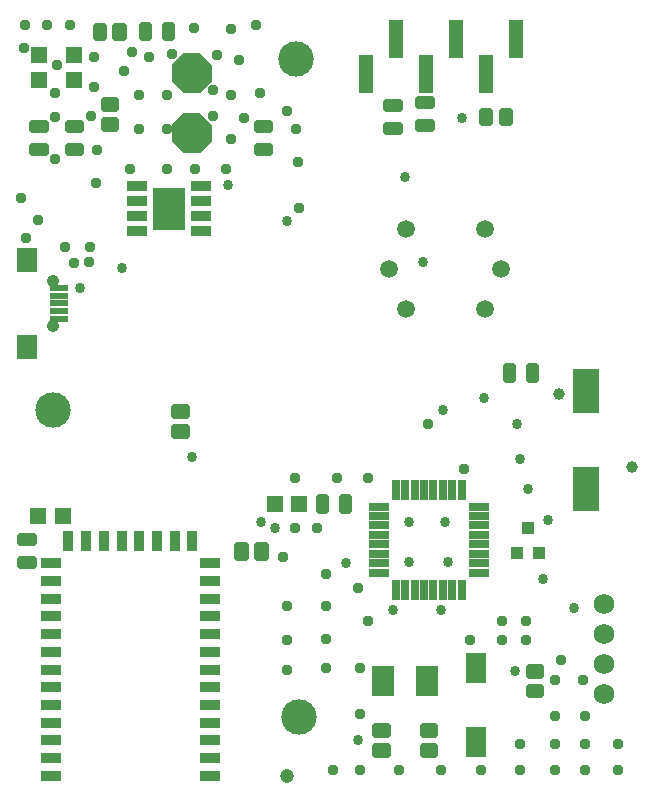
<source format=gbr>
G04 EAGLE Gerber RS-274X export*
G75*
%MOMM*%
%FSLAX34Y34*%
%LPD*%
%INSoldermask Top*%
%IPPOS*%
%AMOC8*
5,1,8,0,0,1.08239X$1,22.5*%
G01*
%ADD10R,1.703200X0.838200*%
%ADD11R,0.838200X1.703200*%
%ADD12C,0.701791*%
%ADD13R,1.403200X1.403200*%
%ADD14R,0.803200X1.678200*%
%ADD15R,1.678200X0.803200*%
%ADD16C,0.643919*%
%ADD17C,1.511200*%
%ADD18R,1.803200X2.503200*%
%ADD19R,2.203200X3.703200*%
%ADD20C,1.003200*%
%ADD21C,1.733200*%
%ADD22R,1.728200X0.903200*%
%ADD23R,2.716200X3.605200*%
%ADD24P,3.629037X8X22.500000*%
%ADD25R,1.903200X2.603200*%
%ADD26R,1.700000X2.000000*%
%ADD27R,1.603200X0.603200*%
%ADD28C,1.053200*%
%ADD29C,1.200000*%
%ADD30C,3.003200*%
%ADD31R,1.203200X3.203200*%
%ADD32R,1.003200X1.103200*%
%ADD33C,0.859600*%
%ADD34C,0.959600*%

G36*
X324791Y566332D02*
X324791Y566332D01*
X324798Y566337D01*
X324802Y566333D01*
X325184Y566424D01*
X325188Y566429D01*
X325192Y566427D01*
X325554Y566577D01*
X325557Y566582D01*
X325561Y566580D01*
X325895Y566785D01*
X325897Y566790D01*
X325901Y566790D01*
X326200Y567045D01*
X326201Y567050D01*
X326205Y567050D01*
X326460Y567349D01*
X326461Y567355D01*
X326465Y567355D01*
X326670Y567689D01*
X326669Y567695D01*
X326674Y567696D01*
X326824Y568058D01*
X326823Y568060D01*
X326824Y568060D01*
X326822Y568063D01*
X326822Y568064D01*
X326826Y568066D01*
X326917Y568448D01*
X326915Y568453D01*
X326917Y568454D01*
X326918Y568455D01*
X326949Y568846D01*
X326947Y568849D01*
X326949Y568850D01*
X326949Y574350D01*
X326947Y574352D01*
X326949Y574354D01*
X326918Y574745D01*
X326914Y574749D01*
X326917Y574752D01*
X326826Y575134D01*
X326821Y575138D01*
X326824Y575142D01*
X326674Y575504D01*
X326668Y575507D01*
X326670Y575511D01*
X326465Y575845D01*
X326460Y575847D01*
X326460Y575851D01*
X326205Y576150D01*
X326200Y576151D01*
X326200Y576155D01*
X325901Y576410D01*
X325895Y576411D01*
X325895Y576415D01*
X325561Y576620D01*
X325555Y576619D01*
X325554Y576624D01*
X325192Y576774D01*
X325186Y576772D01*
X325184Y576776D01*
X324802Y576867D01*
X324797Y576865D01*
X324795Y576868D01*
X324404Y576899D01*
X324401Y576897D01*
X324400Y576899D01*
X315209Y576868D01*
X315202Y576863D01*
X315198Y576867D01*
X314816Y576776D01*
X314812Y576771D01*
X314808Y576774D01*
X314446Y576624D01*
X314443Y576618D01*
X314439Y576620D01*
X314105Y576415D01*
X314103Y576410D01*
X314099Y576410D01*
X313800Y576155D01*
X313799Y576150D01*
X313795Y576150D01*
X313540Y575851D01*
X313539Y575845D01*
X313535Y575845D01*
X313330Y575511D01*
X313331Y575505D01*
X313327Y575504D01*
X313177Y575142D01*
X313178Y575136D01*
X313174Y575134D01*
X313083Y574752D01*
X313085Y574747D01*
X313082Y574745D01*
X313051Y574354D01*
X313053Y574351D01*
X313051Y574350D01*
X313051Y568850D01*
X313053Y568848D01*
X313051Y568846D01*
X313082Y568455D01*
X313086Y568451D01*
X313083Y568448D01*
X313174Y568066D01*
X313179Y568062D01*
X313177Y568058D01*
X313327Y567696D01*
X313332Y567693D01*
X313330Y567689D01*
X313535Y567355D01*
X313540Y567353D01*
X313540Y567349D01*
X313795Y567050D01*
X313800Y567049D01*
X313800Y567045D01*
X314099Y566790D01*
X314105Y566789D01*
X314105Y566785D01*
X314439Y566580D01*
X314445Y566581D01*
X314446Y566577D01*
X314808Y566427D01*
X314814Y566428D01*
X314816Y566424D01*
X315198Y566333D01*
X315203Y566335D01*
X315205Y566332D01*
X315596Y566301D01*
X315599Y566303D01*
X315600Y566301D01*
X324791Y566332D01*
G37*
G36*
X154791Y853132D02*
X154791Y853132D01*
X154798Y853137D01*
X154802Y853133D01*
X155184Y853224D01*
X155188Y853229D01*
X155192Y853227D01*
X155554Y853377D01*
X155557Y853382D01*
X155561Y853380D01*
X155895Y853585D01*
X155897Y853590D01*
X155901Y853590D01*
X156200Y853845D01*
X156201Y853850D01*
X156205Y853850D01*
X156460Y854149D01*
X156461Y854155D01*
X156465Y854155D01*
X156670Y854489D01*
X156669Y854495D01*
X156674Y854496D01*
X156824Y854858D01*
X156823Y854860D01*
X156824Y854860D01*
X156822Y854863D01*
X156822Y854864D01*
X156826Y854866D01*
X156917Y855248D01*
X156915Y855253D01*
X156917Y855254D01*
X156918Y855255D01*
X156949Y855646D01*
X156947Y855649D01*
X156949Y855650D01*
X156949Y861150D01*
X156947Y861152D01*
X156949Y861154D01*
X156918Y861545D01*
X156914Y861549D01*
X156917Y861552D01*
X156826Y861934D01*
X156821Y861938D01*
X156824Y861942D01*
X156674Y862304D01*
X156668Y862307D01*
X156670Y862311D01*
X156465Y862645D01*
X156460Y862647D01*
X156460Y862651D01*
X156205Y862950D01*
X156200Y862951D01*
X156200Y862955D01*
X155901Y863210D01*
X155895Y863211D01*
X155895Y863215D01*
X155561Y863420D01*
X155555Y863419D01*
X155554Y863424D01*
X155192Y863574D01*
X155186Y863572D01*
X155184Y863576D01*
X154802Y863667D01*
X154797Y863665D01*
X154795Y863668D01*
X154404Y863699D01*
X154401Y863697D01*
X154400Y863699D01*
X145209Y863668D01*
X145202Y863663D01*
X145198Y863667D01*
X144816Y863576D01*
X144812Y863571D01*
X144808Y863574D01*
X144446Y863424D01*
X144443Y863418D01*
X144439Y863420D01*
X144105Y863215D01*
X144103Y863210D01*
X144099Y863210D01*
X143800Y862955D01*
X143799Y862950D01*
X143795Y862950D01*
X143540Y862651D01*
X143539Y862645D01*
X143535Y862645D01*
X143330Y862311D01*
X143331Y862305D01*
X143327Y862304D01*
X143177Y861942D01*
X143178Y861936D01*
X143174Y861934D01*
X143083Y861552D01*
X143085Y861547D01*
X143082Y861545D01*
X143051Y861154D01*
X143053Y861151D01*
X143051Y861150D01*
X143051Y855650D01*
X143053Y855648D01*
X143051Y855646D01*
X143082Y855255D01*
X143086Y855251D01*
X143083Y855248D01*
X143174Y854866D01*
X143179Y854862D01*
X143177Y854858D01*
X143327Y854496D01*
X143332Y854493D01*
X143330Y854489D01*
X143535Y854155D01*
X143540Y854153D01*
X143540Y854149D01*
X143795Y853850D01*
X143800Y853849D01*
X143800Y853845D01*
X144099Y853590D01*
X144105Y853589D01*
X144105Y853585D01*
X144439Y853380D01*
X144445Y853381D01*
X144446Y853377D01*
X144808Y853227D01*
X144814Y853228D01*
X144816Y853224D01*
X145198Y853133D01*
X145203Y853135D01*
X145205Y853132D01*
X145596Y853101D01*
X145599Y853103D01*
X145600Y853101D01*
X154791Y853132D01*
G37*
G36*
X84352Y1173053D02*
X84352Y1173053D01*
X84354Y1173051D01*
X84745Y1173082D01*
X84749Y1173086D01*
X84752Y1173083D01*
X85134Y1173174D01*
X85138Y1173179D01*
X85142Y1173177D01*
X85504Y1173327D01*
X85507Y1173332D01*
X85511Y1173330D01*
X85845Y1173535D01*
X85847Y1173540D01*
X85851Y1173540D01*
X86150Y1173795D01*
X86151Y1173800D01*
X86155Y1173800D01*
X86410Y1174099D01*
X86411Y1174105D01*
X86415Y1174105D01*
X86620Y1174439D01*
X86619Y1174445D01*
X86624Y1174446D01*
X86774Y1174808D01*
X86773Y1174810D01*
X86774Y1174810D01*
X86772Y1174813D01*
X86772Y1174814D01*
X86776Y1174816D01*
X86867Y1175198D01*
X86865Y1175203D01*
X86867Y1175204D01*
X86868Y1175205D01*
X86899Y1175596D01*
X86897Y1175599D01*
X86899Y1175600D01*
X86868Y1184791D01*
X86863Y1184798D01*
X86867Y1184802D01*
X86776Y1185184D01*
X86771Y1185188D01*
X86774Y1185192D01*
X86624Y1185554D01*
X86618Y1185557D01*
X86620Y1185561D01*
X86415Y1185895D01*
X86410Y1185897D01*
X86410Y1185901D01*
X86155Y1186200D01*
X86150Y1186201D01*
X86150Y1186205D01*
X85851Y1186460D01*
X85845Y1186461D01*
X85845Y1186465D01*
X85511Y1186670D01*
X85505Y1186669D01*
X85504Y1186674D01*
X85142Y1186824D01*
X85136Y1186822D01*
X85134Y1186826D01*
X84752Y1186917D01*
X84747Y1186915D01*
X84745Y1186918D01*
X84354Y1186949D01*
X84351Y1186947D01*
X84350Y1186949D01*
X78850Y1186949D01*
X78848Y1186947D01*
X78846Y1186949D01*
X78455Y1186918D01*
X78451Y1186914D01*
X78448Y1186917D01*
X78066Y1186826D01*
X78062Y1186821D01*
X78058Y1186824D01*
X77696Y1186674D01*
X77693Y1186668D01*
X77689Y1186670D01*
X77355Y1186465D01*
X77353Y1186460D01*
X77349Y1186460D01*
X77050Y1186205D01*
X77049Y1186200D01*
X77045Y1186200D01*
X76790Y1185901D01*
X76789Y1185895D01*
X76785Y1185895D01*
X76580Y1185561D01*
X76581Y1185555D01*
X76577Y1185554D01*
X76427Y1185192D01*
X76428Y1185186D01*
X76424Y1185184D01*
X76333Y1184802D01*
X76335Y1184797D01*
X76332Y1184795D01*
X76301Y1184404D01*
X76303Y1184401D01*
X76301Y1184400D01*
X76332Y1175209D01*
X76337Y1175202D01*
X76333Y1175198D01*
X76424Y1174816D01*
X76429Y1174812D01*
X76427Y1174808D01*
X76577Y1174446D01*
X76582Y1174443D01*
X76580Y1174439D01*
X76785Y1174105D01*
X76790Y1174103D01*
X76790Y1174099D01*
X77045Y1173800D01*
X77050Y1173799D01*
X77050Y1173795D01*
X77349Y1173540D01*
X77355Y1173539D01*
X77355Y1173535D01*
X77689Y1173330D01*
X77695Y1173331D01*
X77696Y1173327D01*
X78058Y1173177D01*
X78064Y1173178D01*
X78066Y1173174D01*
X78448Y1173083D01*
X78453Y1173085D01*
X78455Y1173082D01*
X78846Y1173051D01*
X78849Y1173053D01*
X78850Y1173051D01*
X84350Y1173051D01*
X84352Y1173053D01*
G37*
G36*
X101152Y1173053D02*
X101152Y1173053D01*
X101154Y1173051D01*
X101545Y1173082D01*
X101549Y1173086D01*
X101552Y1173083D01*
X101934Y1173174D01*
X101938Y1173179D01*
X101942Y1173177D01*
X102304Y1173327D01*
X102307Y1173332D01*
X102311Y1173330D01*
X102645Y1173535D01*
X102647Y1173540D01*
X102651Y1173540D01*
X102950Y1173795D01*
X102951Y1173800D01*
X102955Y1173800D01*
X103210Y1174099D01*
X103211Y1174105D01*
X103215Y1174105D01*
X103420Y1174439D01*
X103419Y1174445D01*
X103424Y1174446D01*
X103574Y1174808D01*
X103573Y1174810D01*
X103574Y1174810D01*
X103572Y1174813D01*
X103572Y1174814D01*
X103576Y1174816D01*
X103667Y1175198D01*
X103665Y1175203D01*
X103667Y1175204D01*
X103668Y1175205D01*
X103699Y1175596D01*
X103697Y1175599D01*
X103699Y1175600D01*
X103668Y1184791D01*
X103663Y1184798D01*
X103667Y1184802D01*
X103576Y1185184D01*
X103571Y1185188D01*
X103574Y1185192D01*
X103424Y1185554D01*
X103418Y1185557D01*
X103420Y1185561D01*
X103215Y1185895D01*
X103210Y1185897D01*
X103210Y1185901D01*
X102955Y1186200D01*
X102950Y1186201D01*
X102950Y1186205D01*
X102651Y1186460D01*
X102645Y1186461D01*
X102645Y1186465D01*
X102311Y1186670D01*
X102305Y1186669D01*
X102304Y1186674D01*
X101942Y1186824D01*
X101936Y1186822D01*
X101934Y1186826D01*
X101552Y1186917D01*
X101547Y1186915D01*
X101545Y1186918D01*
X101154Y1186949D01*
X101151Y1186947D01*
X101150Y1186949D01*
X95650Y1186949D01*
X95648Y1186947D01*
X95646Y1186949D01*
X95255Y1186918D01*
X95251Y1186914D01*
X95248Y1186917D01*
X94866Y1186826D01*
X94862Y1186821D01*
X94858Y1186824D01*
X94496Y1186674D01*
X94493Y1186668D01*
X94489Y1186670D01*
X94155Y1186465D01*
X94153Y1186460D01*
X94149Y1186460D01*
X93850Y1186205D01*
X93849Y1186200D01*
X93845Y1186200D01*
X93590Y1185901D01*
X93589Y1185895D01*
X93585Y1185895D01*
X93380Y1185561D01*
X93381Y1185555D01*
X93377Y1185554D01*
X93227Y1185192D01*
X93228Y1185186D01*
X93224Y1185184D01*
X93133Y1184802D01*
X93135Y1184797D01*
X93132Y1184795D01*
X93101Y1184404D01*
X93103Y1184401D01*
X93101Y1184400D01*
X93132Y1175209D01*
X93137Y1175202D01*
X93133Y1175198D01*
X93224Y1174816D01*
X93229Y1174812D01*
X93227Y1174808D01*
X93377Y1174446D01*
X93382Y1174443D01*
X93380Y1174439D01*
X93585Y1174105D01*
X93590Y1174103D01*
X93590Y1174099D01*
X93845Y1173800D01*
X93850Y1173799D01*
X93850Y1173795D01*
X94149Y1173540D01*
X94155Y1173539D01*
X94155Y1173535D01*
X94489Y1173330D01*
X94495Y1173331D01*
X94496Y1173327D01*
X94858Y1173177D01*
X94864Y1173178D01*
X94866Y1173174D01*
X95248Y1173083D01*
X95253Y1173085D01*
X95255Y1173082D01*
X95646Y1173051D01*
X95649Y1173053D01*
X95650Y1173051D01*
X101150Y1173051D01*
X101152Y1173053D01*
G37*
G36*
X428152Y1101053D02*
X428152Y1101053D01*
X428154Y1101051D01*
X428545Y1101082D01*
X428549Y1101086D01*
X428552Y1101083D01*
X428934Y1101174D01*
X428938Y1101179D01*
X428942Y1101177D01*
X429304Y1101327D01*
X429307Y1101332D01*
X429311Y1101330D01*
X429645Y1101535D01*
X429647Y1101540D01*
X429651Y1101540D01*
X429950Y1101795D01*
X429951Y1101800D01*
X429955Y1101800D01*
X430210Y1102099D01*
X430211Y1102105D01*
X430215Y1102105D01*
X430420Y1102439D01*
X430419Y1102445D01*
X430424Y1102446D01*
X430574Y1102808D01*
X430573Y1102810D01*
X430574Y1102810D01*
X430572Y1102813D01*
X430572Y1102814D01*
X430576Y1102816D01*
X430667Y1103198D01*
X430665Y1103203D01*
X430667Y1103204D01*
X430668Y1103205D01*
X430699Y1103596D01*
X430697Y1103599D01*
X430699Y1103600D01*
X430668Y1112791D01*
X430663Y1112798D01*
X430667Y1112802D01*
X430576Y1113184D01*
X430571Y1113188D01*
X430574Y1113192D01*
X430424Y1113554D01*
X430418Y1113557D01*
X430420Y1113561D01*
X430215Y1113895D01*
X430210Y1113897D01*
X430210Y1113901D01*
X429955Y1114200D01*
X429950Y1114201D01*
X429950Y1114205D01*
X429651Y1114460D01*
X429645Y1114461D01*
X429645Y1114465D01*
X429311Y1114670D01*
X429305Y1114669D01*
X429304Y1114674D01*
X428942Y1114824D01*
X428936Y1114822D01*
X428934Y1114826D01*
X428552Y1114917D01*
X428547Y1114915D01*
X428545Y1114918D01*
X428154Y1114949D01*
X428151Y1114947D01*
X428150Y1114949D01*
X422650Y1114949D01*
X422648Y1114947D01*
X422646Y1114949D01*
X422255Y1114918D01*
X422251Y1114914D01*
X422248Y1114917D01*
X421866Y1114826D01*
X421862Y1114821D01*
X421858Y1114824D01*
X421496Y1114674D01*
X421493Y1114668D01*
X421489Y1114670D01*
X421155Y1114465D01*
X421153Y1114460D01*
X421149Y1114460D01*
X420850Y1114205D01*
X420849Y1114200D01*
X420845Y1114200D01*
X420590Y1113901D01*
X420589Y1113895D01*
X420585Y1113895D01*
X420380Y1113561D01*
X420381Y1113555D01*
X420377Y1113554D01*
X420227Y1113192D01*
X420228Y1113186D01*
X420224Y1113184D01*
X420133Y1112802D01*
X420135Y1112797D01*
X420132Y1112795D01*
X420101Y1112404D01*
X420103Y1112401D01*
X420101Y1112400D01*
X420132Y1103209D01*
X420137Y1103202D01*
X420133Y1103198D01*
X420224Y1102816D01*
X420229Y1102812D01*
X420227Y1102808D01*
X420377Y1102446D01*
X420382Y1102443D01*
X420380Y1102439D01*
X420585Y1102105D01*
X420590Y1102103D01*
X420590Y1102099D01*
X420845Y1101800D01*
X420850Y1101799D01*
X420850Y1101795D01*
X421149Y1101540D01*
X421155Y1101539D01*
X421155Y1101535D01*
X421489Y1101330D01*
X421495Y1101331D01*
X421496Y1101327D01*
X421858Y1101177D01*
X421864Y1101178D01*
X421866Y1101174D01*
X422248Y1101083D01*
X422253Y1101085D01*
X422255Y1101082D01*
X422646Y1101051D01*
X422649Y1101053D01*
X422650Y1101051D01*
X428150Y1101051D01*
X428152Y1101053D01*
G37*
G36*
X94791Y1113132D02*
X94791Y1113132D01*
X94798Y1113137D01*
X94802Y1113133D01*
X95184Y1113224D01*
X95188Y1113229D01*
X95192Y1113227D01*
X95554Y1113377D01*
X95557Y1113382D01*
X95561Y1113380D01*
X95895Y1113585D01*
X95897Y1113590D01*
X95901Y1113590D01*
X96200Y1113845D01*
X96201Y1113850D01*
X96205Y1113850D01*
X96460Y1114149D01*
X96461Y1114155D01*
X96465Y1114155D01*
X96670Y1114489D01*
X96669Y1114495D01*
X96674Y1114496D01*
X96824Y1114858D01*
X96823Y1114860D01*
X96824Y1114860D01*
X96822Y1114863D01*
X96822Y1114864D01*
X96826Y1114866D01*
X96917Y1115248D01*
X96915Y1115253D01*
X96917Y1115254D01*
X96918Y1115255D01*
X96949Y1115646D01*
X96947Y1115649D01*
X96949Y1115650D01*
X96949Y1121150D01*
X96947Y1121152D01*
X96949Y1121154D01*
X96918Y1121545D01*
X96914Y1121549D01*
X96917Y1121552D01*
X96826Y1121934D01*
X96821Y1121938D01*
X96824Y1121942D01*
X96674Y1122304D01*
X96668Y1122307D01*
X96670Y1122311D01*
X96465Y1122645D01*
X96460Y1122647D01*
X96460Y1122651D01*
X96205Y1122950D01*
X96200Y1122951D01*
X96200Y1122955D01*
X95901Y1123210D01*
X95895Y1123211D01*
X95895Y1123215D01*
X95561Y1123420D01*
X95555Y1123419D01*
X95554Y1123424D01*
X95192Y1123574D01*
X95186Y1123572D01*
X95184Y1123576D01*
X94802Y1123667D01*
X94797Y1123665D01*
X94795Y1123668D01*
X94404Y1123699D01*
X94401Y1123697D01*
X94400Y1123699D01*
X85209Y1123668D01*
X85202Y1123663D01*
X85198Y1123667D01*
X84816Y1123576D01*
X84812Y1123571D01*
X84808Y1123574D01*
X84446Y1123424D01*
X84443Y1123418D01*
X84439Y1123420D01*
X84105Y1123215D01*
X84103Y1123210D01*
X84099Y1123210D01*
X83800Y1122955D01*
X83799Y1122950D01*
X83795Y1122950D01*
X83540Y1122651D01*
X83539Y1122645D01*
X83535Y1122645D01*
X83330Y1122311D01*
X83331Y1122305D01*
X83327Y1122304D01*
X83177Y1121942D01*
X83178Y1121936D01*
X83174Y1121934D01*
X83083Y1121552D01*
X83085Y1121547D01*
X83082Y1121545D01*
X83051Y1121154D01*
X83053Y1121151D01*
X83051Y1121150D01*
X83051Y1115650D01*
X83053Y1115648D01*
X83051Y1115646D01*
X83082Y1115255D01*
X83086Y1115251D01*
X83083Y1115248D01*
X83174Y1114866D01*
X83179Y1114862D01*
X83177Y1114858D01*
X83327Y1114496D01*
X83332Y1114493D01*
X83330Y1114489D01*
X83535Y1114155D01*
X83540Y1114153D01*
X83540Y1114149D01*
X83795Y1113850D01*
X83800Y1113849D01*
X83800Y1113845D01*
X84099Y1113590D01*
X84105Y1113589D01*
X84105Y1113585D01*
X84439Y1113380D01*
X84445Y1113381D01*
X84446Y1113377D01*
X84808Y1113227D01*
X84814Y1113228D01*
X84816Y1113224D01*
X85198Y1113133D01*
X85203Y1113135D01*
X85205Y1113132D01*
X85596Y1113101D01*
X85599Y1113103D01*
X85600Y1113101D01*
X94791Y1113132D01*
G37*
G36*
X94791Y1096332D02*
X94791Y1096332D01*
X94798Y1096337D01*
X94802Y1096333D01*
X95184Y1096424D01*
X95188Y1096429D01*
X95192Y1096427D01*
X95554Y1096577D01*
X95557Y1096582D01*
X95561Y1096580D01*
X95895Y1096785D01*
X95897Y1096790D01*
X95901Y1096790D01*
X96200Y1097045D01*
X96201Y1097050D01*
X96205Y1097050D01*
X96460Y1097349D01*
X96461Y1097355D01*
X96465Y1097355D01*
X96670Y1097689D01*
X96669Y1097695D01*
X96674Y1097696D01*
X96824Y1098058D01*
X96823Y1098060D01*
X96824Y1098060D01*
X96822Y1098063D01*
X96822Y1098064D01*
X96826Y1098066D01*
X96917Y1098448D01*
X96915Y1098453D01*
X96917Y1098454D01*
X96918Y1098455D01*
X96949Y1098846D01*
X96947Y1098849D01*
X96949Y1098850D01*
X96949Y1104350D01*
X96947Y1104352D01*
X96949Y1104354D01*
X96918Y1104745D01*
X96914Y1104749D01*
X96917Y1104752D01*
X96826Y1105134D01*
X96821Y1105138D01*
X96824Y1105142D01*
X96674Y1105504D01*
X96668Y1105507D01*
X96670Y1105511D01*
X96465Y1105845D01*
X96460Y1105847D01*
X96460Y1105851D01*
X96205Y1106150D01*
X96200Y1106151D01*
X96200Y1106155D01*
X95901Y1106410D01*
X95895Y1106411D01*
X95895Y1106415D01*
X95561Y1106620D01*
X95555Y1106619D01*
X95554Y1106624D01*
X95192Y1106774D01*
X95186Y1106772D01*
X95184Y1106776D01*
X94802Y1106867D01*
X94797Y1106865D01*
X94795Y1106868D01*
X94404Y1106899D01*
X94401Y1106897D01*
X94400Y1106899D01*
X85209Y1106868D01*
X85202Y1106863D01*
X85198Y1106867D01*
X84816Y1106776D01*
X84812Y1106771D01*
X84808Y1106774D01*
X84446Y1106624D01*
X84443Y1106618D01*
X84439Y1106620D01*
X84105Y1106415D01*
X84103Y1106410D01*
X84099Y1106410D01*
X83800Y1106155D01*
X83799Y1106150D01*
X83795Y1106150D01*
X83540Y1105851D01*
X83539Y1105845D01*
X83535Y1105845D01*
X83330Y1105511D01*
X83331Y1105505D01*
X83327Y1105504D01*
X83177Y1105142D01*
X83178Y1105136D01*
X83174Y1105134D01*
X83083Y1104752D01*
X83085Y1104747D01*
X83082Y1104745D01*
X83051Y1104354D01*
X83053Y1104351D01*
X83051Y1104350D01*
X83051Y1098850D01*
X83053Y1098848D01*
X83051Y1098846D01*
X83082Y1098455D01*
X83086Y1098451D01*
X83083Y1098448D01*
X83174Y1098066D01*
X83179Y1098062D01*
X83177Y1098058D01*
X83327Y1097696D01*
X83332Y1097693D01*
X83330Y1097689D01*
X83535Y1097355D01*
X83540Y1097353D01*
X83540Y1097349D01*
X83795Y1097050D01*
X83800Y1097049D01*
X83800Y1097045D01*
X84099Y1096790D01*
X84105Y1096789D01*
X84105Y1096785D01*
X84439Y1096580D01*
X84445Y1096581D01*
X84446Y1096577D01*
X84808Y1096427D01*
X84814Y1096428D01*
X84816Y1096424D01*
X85198Y1096333D01*
X85203Y1096335D01*
X85205Y1096332D01*
X85596Y1096301D01*
X85599Y1096303D01*
X85600Y1096301D01*
X94791Y1096332D01*
G37*
G36*
X411352Y1101053D02*
X411352Y1101053D01*
X411354Y1101051D01*
X411745Y1101082D01*
X411749Y1101086D01*
X411752Y1101083D01*
X412134Y1101174D01*
X412138Y1101179D01*
X412142Y1101177D01*
X412504Y1101327D01*
X412507Y1101332D01*
X412511Y1101330D01*
X412845Y1101535D01*
X412847Y1101540D01*
X412851Y1101540D01*
X413150Y1101795D01*
X413151Y1101800D01*
X413155Y1101800D01*
X413410Y1102099D01*
X413411Y1102105D01*
X413415Y1102105D01*
X413620Y1102439D01*
X413619Y1102445D01*
X413624Y1102446D01*
X413774Y1102808D01*
X413773Y1102810D01*
X413774Y1102810D01*
X413772Y1102813D01*
X413772Y1102814D01*
X413776Y1102816D01*
X413867Y1103198D01*
X413865Y1103203D01*
X413867Y1103204D01*
X413868Y1103205D01*
X413899Y1103596D01*
X413897Y1103599D01*
X413899Y1103600D01*
X413868Y1112791D01*
X413863Y1112798D01*
X413867Y1112802D01*
X413776Y1113184D01*
X413771Y1113188D01*
X413774Y1113192D01*
X413624Y1113554D01*
X413618Y1113557D01*
X413620Y1113561D01*
X413415Y1113895D01*
X413410Y1113897D01*
X413410Y1113901D01*
X413155Y1114200D01*
X413150Y1114201D01*
X413150Y1114205D01*
X412851Y1114460D01*
X412845Y1114461D01*
X412845Y1114465D01*
X412511Y1114670D01*
X412505Y1114669D01*
X412504Y1114674D01*
X412142Y1114824D01*
X412136Y1114822D01*
X412134Y1114826D01*
X411752Y1114917D01*
X411747Y1114915D01*
X411745Y1114918D01*
X411354Y1114949D01*
X411351Y1114947D01*
X411350Y1114949D01*
X405850Y1114949D01*
X405848Y1114947D01*
X405846Y1114949D01*
X405455Y1114918D01*
X405451Y1114914D01*
X405448Y1114917D01*
X405066Y1114826D01*
X405062Y1114821D01*
X405058Y1114824D01*
X404696Y1114674D01*
X404693Y1114668D01*
X404689Y1114670D01*
X404355Y1114465D01*
X404353Y1114460D01*
X404349Y1114460D01*
X404050Y1114205D01*
X404049Y1114200D01*
X404045Y1114200D01*
X403790Y1113901D01*
X403789Y1113895D01*
X403785Y1113895D01*
X403580Y1113561D01*
X403581Y1113555D01*
X403577Y1113554D01*
X403427Y1113192D01*
X403428Y1113186D01*
X403424Y1113184D01*
X403333Y1112802D01*
X403335Y1112797D01*
X403332Y1112795D01*
X403301Y1112404D01*
X403303Y1112401D01*
X403301Y1112400D01*
X403332Y1103209D01*
X403337Y1103202D01*
X403333Y1103198D01*
X403424Y1102816D01*
X403429Y1102812D01*
X403427Y1102808D01*
X403577Y1102446D01*
X403582Y1102443D01*
X403580Y1102439D01*
X403785Y1102105D01*
X403790Y1102103D01*
X403790Y1102099D01*
X404045Y1101800D01*
X404050Y1101799D01*
X404050Y1101795D01*
X404349Y1101540D01*
X404355Y1101539D01*
X404355Y1101535D01*
X404689Y1101330D01*
X404695Y1101331D01*
X404696Y1101327D01*
X405058Y1101177D01*
X405064Y1101178D01*
X405066Y1101174D01*
X405448Y1101083D01*
X405453Y1101085D01*
X405455Y1101082D01*
X405846Y1101051D01*
X405849Y1101053D01*
X405850Y1101051D01*
X411350Y1101051D01*
X411352Y1101053D01*
G37*
G36*
X154791Y836332D02*
X154791Y836332D01*
X154798Y836337D01*
X154802Y836333D01*
X155184Y836424D01*
X155188Y836429D01*
X155192Y836427D01*
X155554Y836577D01*
X155557Y836582D01*
X155561Y836580D01*
X155895Y836785D01*
X155897Y836790D01*
X155901Y836790D01*
X156200Y837045D01*
X156201Y837050D01*
X156205Y837050D01*
X156460Y837349D01*
X156461Y837355D01*
X156465Y837355D01*
X156670Y837689D01*
X156669Y837695D01*
X156674Y837696D01*
X156824Y838058D01*
X156823Y838060D01*
X156824Y838060D01*
X156822Y838063D01*
X156822Y838064D01*
X156826Y838066D01*
X156917Y838448D01*
X156915Y838453D01*
X156917Y838454D01*
X156918Y838455D01*
X156949Y838846D01*
X156947Y838849D01*
X156949Y838850D01*
X156949Y844350D01*
X156947Y844352D01*
X156949Y844354D01*
X156918Y844745D01*
X156914Y844749D01*
X156917Y844752D01*
X156826Y845134D01*
X156821Y845138D01*
X156824Y845142D01*
X156674Y845504D01*
X156668Y845507D01*
X156670Y845511D01*
X156465Y845845D01*
X156460Y845847D01*
X156460Y845851D01*
X156205Y846150D01*
X156200Y846151D01*
X156200Y846155D01*
X155901Y846410D01*
X155895Y846411D01*
X155895Y846415D01*
X155561Y846620D01*
X155555Y846619D01*
X155554Y846624D01*
X155192Y846774D01*
X155186Y846772D01*
X155184Y846776D01*
X154802Y846867D01*
X154797Y846865D01*
X154795Y846868D01*
X154404Y846899D01*
X154401Y846897D01*
X154400Y846899D01*
X145209Y846868D01*
X145202Y846863D01*
X145198Y846867D01*
X144816Y846776D01*
X144812Y846771D01*
X144808Y846774D01*
X144446Y846624D01*
X144443Y846618D01*
X144439Y846620D01*
X144105Y846415D01*
X144103Y846410D01*
X144099Y846410D01*
X143800Y846155D01*
X143799Y846150D01*
X143795Y846150D01*
X143540Y845851D01*
X143539Y845845D01*
X143535Y845845D01*
X143330Y845511D01*
X143331Y845505D01*
X143327Y845504D01*
X143177Y845142D01*
X143178Y845136D01*
X143174Y845134D01*
X143083Y844752D01*
X143085Y844747D01*
X143082Y844745D01*
X143051Y844354D01*
X143053Y844351D01*
X143051Y844350D01*
X143051Y838850D01*
X143053Y838848D01*
X143051Y838846D01*
X143082Y838455D01*
X143086Y838451D01*
X143083Y838448D01*
X143174Y838066D01*
X143179Y838062D01*
X143177Y838058D01*
X143327Y837696D01*
X143332Y837693D01*
X143330Y837689D01*
X143535Y837355D01*
X143540Y837353D01*
X143540Y837349D01*
X143795Y837050D01*
X143800Y837049D01*
X143800Y837045D01*
X144099Y836790D01*
X144105Y836789D01*
X144105Y836785D01*
X144439Y836580D01*
X144445Y836581D01*
X144446Y836577D01*
X144808Y836427D01*
X144814Y836428D01*
X144816Y836424D01*
X145198Y836333D01*
X145203Y836335D01*
X145205Y836332D01*
X145596Y836301D01*
X145599Y836303D01*
X145600Y836301D01*
X154791Y836332D01*
G37*
G36*
X204352Y733053D02*
X204352Y733053D01*
X204354Y733051D01*
X204745Y733082D01*
X204749Y733086D01*
X204752Y733083D01*
X205134Y733174D01*
X205138Y733179D01*
X205142Y733177D01*
X205504Y733327D01*
X205507Y733332D01*
X205511Y733330D01*
X205845Y733535D01*
X205847Y733540D01*
X205851Y733540D01*
X206150Y733795D01*
X206151Y733800D01*
X206155Y733800D01*
X206410Y734099D01*
X206411Y734105D01*
X206415Y734105D01*
X206620Y734439D01*
X206619Y734445D01*
X206624Y734446D01*
X206774Y734808D01*
X206773Y734810D01*
X206774Y734810D01*
X206772Y734813D01*
X206772Y734814D01*
X206776Y734816D01*
X206867Y735198D01*
X206865Y735203D01*
X206867Y735204D01*
X206868Y735205D01*
X206899Y735596D01*
X206897Y735599D01*
X206899Y735600D01*
X206868Y744791D01*
X206863Y744798D01*
X206867Y744802D01*
X206776Y745184D01*
X206771Y745188D01*
X206774Y745192D01*
X206624Y745554D01*
X206618Y745557D01*
X206620Y745561D01*
X206415Y745895D01*
X206410Y745897D01*
X206410Y745901D01*
X206155Y746200D01*
X206150Y746201D01*
X206150Y746205D01*
X205851Y746460D01*
X205845Y746461D01*
X205845Y746465D01*
X205511Y746670D01*
X205505Y746669D01*
X205504Y746674D01*
X205142Y746824D01*
X205136Y746822D01*
X205134Y746826D01*
X204752Y746917D01*
X204747Y746915D01*
X204745Y746918D01*
X204354Y746949D01*
X204351Y746947D01*
X204350Y746949D01*
X198850Y746949D01*
X198848Y746947D01*
X198846Y746949D01*
X198455Y746918D01*
X198451Y746914D01*
X198448Y746917D01*
X198066Y746826D01*
X198062Y746821D01*
X198058Y746824D01*
X197696Y746674D01*
X197693Y746668D01*
X197689Y746670D01*
X197355Y746465D01*
X197353Y746460D01*
X197349Y746460D01*
X197050Y746205D01*
X197049Y746200D01*
X197045Y746200D01*
X196790Y745901D01*
X196789Y745895D01*
X196785Y745895D01*
X196580Y745561D01*
X196581Y745555D01*
X196577Y745554D01*
X196427Y745192D01*
X196428Y745186D01*
X196424Y745184D01*
X196333Y744802D01*
X196335Y744797D01*
X196332Y744795D01*
X196301Y744404D01*
X196303Y744401D01*
X196301Y744400D01*
X196332Y735209D01*
X196337Y735202D01*
X196333Y735198D01*
X196424Y734816D01*
X196429Y734812D01*
X196427Y734808D01*
X196577Y734446D01*
X196582Y734443D01*
X196580Y734439D01*
X196785Y734105D01*
X196790Y734103D01*
X196790Y734099D01*
X197045Y733800D01*
X197050Y733799D01*
X197050Y733795D01*
X197349Y733540D01*
X197355Y733539D01*
X197355Y733535D01*
X197689Y733330D01*
X197695Y733331D01*
X197696Y733327D01*
X198058Y733177D01*
X198064Y733178D01*
X198066Y733174D01*
X198448Y733083D01*
X198453Y733085D01*
X198455Y733082D01*
X198846Y733051D01*
X198849Y733053D01*
X198850Y733051D01*
X204350Y733051D01*
X204352Y733053D01*
G37*
G36*
X221152Y733053D02*
X221152Y733053D01*
X221154Y733051D01*
X221545Y733082D01*
X221549Y733086D01*
X221552Y733083D01*
X221934Y733174D01*
X221938Y733179D01*
X221942Y733177D01*
X222304Y733327D01*
X222307Y733332D01*
X222311Y733330D01*
X222645Y733535D01*
X222647Y733540D01*
X222651Y733540D01*
X222950Y733795D01*
X222951Y733800D01*
X222955Y733800D01*
X223210Y734099D01*
X223211Y734105D01*
X223215Y734105D01*
X223420Y734439D01*
X223419Y734445D01*
X223424Y734446D01*
X223574Y734808D01*
X223573Y734810D01*
X223574Y734810D01*
X223572Y734813D01*
X223572Y734814D01*
X223576Y734816D01*
X223667Y735198D01*
X223665Y735203D01*
X223667Y735204D01*
X223668Y735205D01*
X223699Y735596D01*
X223697Y735599D01*
X223699Y735600D01*
X223668Y744791D01*
X223663Y744798D01*
X223667Y744802D01*
X223576Y745184D01*
X223571Y745188D01*
X223574Y745192D01*
X223424Y745554D01*
X223418Y745557D01*
X223420Y745561D01*
X223215Y745895D01*
X223210Y745897D01*
X223210Y745901D01*
X222955Y746200D01*
X222950Y746201D01*
X222950Y746205D01*
X222651Y746460D01*
X222645Y746461D01*
X222645Y746465D01*
X222311Y746670D01*
X222305Y746669D01*
X222304Y746674D01*
X221942Y746824D01*
X221936Y746822D01*
X221934Y746826D01*
X221552Y746917D01*
X221547Y746915D01*
X221545Y746918D01*
X221154Y746949D01*
X221151Y746947D01*
X221150Y746949D01*
X215650Y746949D01*
X215648Y746947D01*
X215646Y746949D01*
X215255Y746918D01*
X215251Y746914D01*
X215248Y746917D01*
X214866Y746826D01*
X214862Y746821D01*
X214858Y746824D01*
X214496Y746674D01*
X214493Y746668D01*
X214489Y746670D01*
X214155Y746465D01*
X214153Y746460D01*
X214149Y746460D01*
X213850Y746205D01*
X213849Y746200D01*
X213845Y746200D01*
X213590Y745901D01*
X213589Y745895D01*
X213585Y745895D01*
X213380Y745561D01*
X213381Y745555D01*
X213377Y745554D01*
X213227Y745192D01*
X213228Y745186D01*
X213224Y745184D01*
X213133Y744802D01*
X213135Y744797D01*
X213132Y744795D01*
X213101Y744404D01*
X213103Y744401D01*
X213101Y744400D01*
X213132Y735209D01*
X213137Y735202D01*
X213133Y735198D01*
X213224Y734816D01*
X213229Y734812D01*
X213227Y734808D01*
X213377Y734446D01*
X213382Y734443D01*
X213380Y734439D01*
X213585Y734105D01*
X213590Y734103D01*
X213590Y734099D01*
X213845Y733800D01*
X213850Y733799D01*
X213850Y733795D01*
X214149Y733540D01*
X214155Y733539D01*
X214155Y733535D01*
X214489Y733330D01*
X214495Y733331D01*
X214496Y733327D01*
X214858Y733177D01*
X214864Y733178D01*
X214866Y733174D01*
X215248Y733083D01*
X215253Y733085D01*
X215255Y733082D01*
X215646Y733051D01*
X215649Y733053D01*
X215650Y733051D01*
X221150Y733051D01*
X221152Y733053D01*
G37*
G36*
X454791Y633132D02*
X454791Y633132D01*
X454798Y633137D01*
X454802Y633133D01*
X455184Y633224D01*
X455188Y633229D01*
X455192Y633227D01*
X455554Y633377D01*
X455557Y633382D01*
X455561Y633380D01*
X455895Y633585D01*
X455897Y633590D01*
X455901Y633590D01*
X456200Y633845D01*
X456201Y633850D01*
X456205Y633850D01*
X456460Y634149D01*
X456461Y634155D01*
X456465Y634155D01*
X456670Y634489D01*
X456669Y634495D01*
X456674Y634496D01*
X456824Y634858D01*
X456823Y634860D01*
X456824Y634860D01*
X456822Y634863D01*
X456822Y634864D01*
X456826Y634866D01*
X456917Y635248D01*
X456915Y635253D01*
X456917Y635254D01*
X456918Y635255D01*
X456949Y635646D01*
X456947Y635649D01*
X456949Y635650D01*
X456949Y641150D01*
X456947Y641152D01*
X456949Y641154D01*
X456918Y641545D01*
X456914Y641549D01*
X456917Y641552D01*
X456826Y641934D01*
X456821Y641938D01*
X456824Y641942D01*
X456674Y642304D01*
X456668Y642307D01*
X456670Y642311D01*
X456465Y642645D01*
X456460Y642647D01*
X456460Y642651D01*
X456205Y642950D01*
X456200Y642951D01*
X456200Y642955D01*
X455901Y643210D01*
X455895Y643211D01*
X455895Y643215D01*
X455561Y643420D01*
X455555Y643419D01*
X455554Y643424D01*
X455192Y643574D01*
X455186Y643572D01*
X455184Y643576D01*
X454802Y643667D01*
X454797Y643665D01*
X454795Y643668D01*
X454404Y643699D01*
X454401Y643697D01*
X454400Y643699D01*
X445209Y643668D01*
X445202Y643663D01*
X445198Y643667D01*
X444816Y643576D01*
X444812Y643571D01*
X444808Y643574D01*
X444446Y643424D01*
X444443Y643418D01*
X444439Y643420D01*
X444105Y643215D01*
X444103Y643210D01*
X444099Y643210D01*
X443800Y642955D01*
X443799Y642950D01*
X443795Y642950D01*
X443540Y642651D01*
X443539Y642645D01*
X443535Y642645D01*
X443330Y642311D01*
X443331Y642305D01*
X443327Y642304D01*
X443177Y641942D01*
X443178Y641936D01*
X443174Y641934D01*
X443083Y641552D01*
X443085Y641547D01*
X443082Y641545D01*
X443051Y641154D01*
X443053Y641151D01*
X443051Y641150D01*
X443051Y635650D01*
X443053Y635648D01*
X443051Y635646D01*
X443082Y635255D01*
X443086Y635251D01*
X443083Y635248D01*
X443174Y634866D01*
X443179Y634862D01*
X443177Y634858D01*
X443327Y634496D01*
X443332Y634493D01*
X443330Y634489D01*
X443535Y634155D01*
X443540Y634153D01*
X443540Y634149D01*
X443795Y633850D01*
X443800Y633849D01*
X443800Y633845D01*
X444099Y633590D01*
X444105Y633589D01*
X444105Y633585D01*
X444439Y633380D01*
X444445Y633381D01*
X444446Y633377D01*
X444808Y633227D01*
X444814Y633228D01*
X444816Y633224D01*
X445198Y633133D01*
X445203Y633135D01*
X445205Y633132D01*
X445596Y633101D01*
X445599Y633103D01*
X445600Y633101D01*
X454791Y633132D01*
G37*
G36*
X454791Y616332D02*
X454791Y616332D01*
X454798Y616337D01*
X454802Y616333D01*
X455184Y616424D01*
X455188Y616429D01*
X455192Y616427D01*
X455554Y616577D01*
X455557Y616582D01*
X455561Y616580D01*
X455895Y616785D01*
X455897Y616790D01*
X455901Y616790D01*
X456200Y617045D01*
X456201Y617050D01*
X456205Y617050D01*
X456460Y617349D01*
X456461Y617355D01*
X456465Y617355D01*
X456670Y617689D01*
X456669Y617695D01*
X456674Y617696D01*
X456824Y618058D01*
X456823Y618060D01*
X456824Y618060D01*
X456822Y618063D01*
X456822Y618064D01*
X456826Y618066D01*
X456917Y618448D01*
X456915Y618453D01*
X456917Y618454D01*
X456918Y618455D01*
X456949Y618846D01*
X456947Y618849D01*
X456949Y618850D01*
X456949Y624350D01*
X456947Y624352D01*
X456949Y624354D01*
X456918Y624745D01*
X456914Y624749D01*
X456917Y624752D01*
X456826Y625134D01*
X456821Y625138D01*
X456824Y625142D01*
X456674Y625504D01*
X456668Y625507D01*
X456670Y625511D01*
X456465Y625845D01*
X456460Y625847D01*
X456460Y625851D01*
X456205Y626150D01*
X456200Y626151D01*
X456200Y626155D01*
X455901Y626410D01*
X455895Y626411D01*
X455895Y626415D01*
X455561Y626620D01*
X455555Y626619D01*
X455554Y626624D01*
X455192Y626774D01*
X455186Y626772D01*
X455184Y626776D01*
X454802Y626867D01*
X454797Y626865D01*
X454795Y626868D01*
X454404Y626899D01*
X454401Y626897D01*
X454400Y626899D01*
X445209Y626868D01*
X445202Y626863D01*
X445198Y626867D01*
X444816Y626776D01*
X444812Y626771D01*
X444808Y626774D01*
X444446Y626624D01*
X444443Y626618D01*
X444439Y626620D01*
X444105Y626415D01*
X444103Y626410D01*
X444099Y626410D01*
X443800Y626155D01*
X443799Y626150D01*
X443795Y626150D01*
X443540Y625851D01*
X443539Y625845D01*
X443535Y625845D01*
X443330Y625511D01*
X443331Y625505D01*
X443327Y625504D01*
X443177Y625142D01*
X443178Y625136D01*
X443174Y625134D01*
X443083Y624752D01*
X443085Y624747D01*
X443082Y624745D01*
X443051Y624354D01*
X443053Y624351D01*
X443051Y624350D01*
X443051Y618850D01*
X443053Y618848D01*
X443051Y618846D01*
X443082Y618455D01*
X443086Y618451D01*
X443083Y618448D01*
X443174Y618066D01*
X443179Y618062D01*
X443177Y618058D01*
X443327Y617696D01*
X443332Y617693D01*
X443330Y617689D01*
X443535Y617355D01*
X443540Y617353D01*
X443540Y617349D01*
X443795Y617050D01*
X443800Y617049D01*
X443800Y617045D01*
X444099Y616790D01*
X444105Y616789D01*
X444105Y616785D01*
X444439Y616580D01*
X444445Y616581D01*
X444446Y616577D01*
X444808Y616427D01*
X444814Y616428D01*
X444816Y616424D01*
X445198Y616333D01*
X445203Y616335D01*
X445205Y616332D01*
X445596Y616301D01*
X445599Y616303D01*
X445600Y616301D01*
X454791Y616332D01*
G37*
G36*
X364791Y583132D02*
X364791Y583132D01*
X364798Y583137D01*
X364802Y583133D01*
X365184Y583224D01*
X365188Y583229D01*
X365192Y583227D01*
X365554Y583377D01*
X365557Y583382D01*
X365561Y583380D01*
X365895Y583585D01*
X365897Y583590D01*
X365901Y583590D01*
X366200Y583845D01*
X366201Y583850D01*
X366205Y583850D01*
X366460Y584149D01*
X366461Y584155D01*
X366465Y584155D01*
X366670Y584489D01*
X366669Y584495D01*
X366674Y584496D01*
X366824Y584858D01*
X366823Y584860D01*
X366824Y584860D01*
X366822Y584863D01*
X366822Y584864D01*
X366826Y584866D01*
X366917Y585248D01*
X366915Y585253D01*
X366917Y585254D01*
X366918Y585255D01*
X366949Y585646D01*
X366947Y585649D01*
X366949Y585650D01*
X366949Y591150D01*
X366947Y591152D01*
X366949Y591154D01*
X366918Y591545D01*
X366914Y591549D01*
X366917Y591552D01*
X366826Y591934D01*
X366821Y591938D01*
X366824Y591942D01*
X366674Y592304D01*
X366668Y592307D01*
X366670Y592311D01*
X366465Y592645D01*
X366460Y592647D01*
X366460Y592651D01*
X366205Y592950D01*
X366200Y592951D01*
X366200Y592955D01*
X365901Y593210D01*
X365895Y593211D01*
X365895Y593215D01*
X365561Y593420D01*
X365555Y593419D01*
X365554Y593424D01*
X365192Y593574D01*
X365186Y593572D01*
X365184Y593576D01*
X364802Y593667D01*
X364797Y593665D01*
X364795Y593668D01*
X364404Y593699D01*
X364401Y593697D01*
X364400Y593699D01*
X355209Y593668D01*
X355202Y593663D01*
X355198Y593667D01*
X354816Y593576D01*
X354812Y593571D01*
X354808Y593574D01*
X354446Y593424D01*
X354443Y593418D01*
X354439Y593420D01*
X354105Y593215D01*
X354103Y593210D01*
X354099Y593210D01*
X353800Y592955D01*
X353799Y592950D01*
X353795Y592950D01*
X353540Y592651D01*
X353539Y592645D01*
X353535Y592645D01*
X353330Y592311D01*
X353331Y592305D01*
X353327Y592304D01*
X353177Y591942D01*
X353178Y591936D01*
X353174Y591934D01*
X353083Y591552D01*
X353085Y591547D01*
X353082Y591545D01*
X353051Y591154D01*
X353053Y591151D01*
X353051Y591150D01*
X353051Y585650D01*
X353053Y585648D01*
X353051Y585646D01*
X353082Y585255D01*
X353086Y585251D01*
X353083Y585248D01*
X353174Y584866D01*
X353179Y584862D01*
X353177Y584858D01*
X353327Y584496D01*
X353332Y584493D01*
X353330Y584489D01*
X353535Y584155D01*
X353540Y584153D01*
X353540Y584149D01*
X353795Y583850D01*
X353800Y583849D01*
X353800Y583845D01*
X354099Y583590D01*
X354105Y583589D01*
X354105Y583585D01*
X354439Y583380D01*
X354445Y583381D01*
X354446Y583377D01*
X354808Y583227D01*
X354814Y583228D01*
X354816Y583224D01*
X355198Y583133D01*
X355203Y583135D01*
X355205Y583132D01*
X355596Y583101D01*
X355599Y583103D01*
X355600Y583101D01*
X364791Y583132D01*
G37*
G36*
X324791Y583132D02*
X324791Y583132D01*
X324798Y583137D01*
X324802Y583133D01*
X325184Y583224D01*
X325188Y583229D01*
X325192Y583227D01*
X325554Y583377D01*
X325557Y583382D01*
X325561Y583380D01*
X325895Y583585D01*
X325897Y583590D01*
X325901Y583590D01*
X326200Y583845D01*
X326201Y583850D01*
X326205Y583850D01*
X326460Y584149D01*
X326461Y584155D01*
X326465Y584155D01*
X326670Y584489D01*
X326669Y584495D01*
X326674Y584496D01*
X326824Y584858D01*
X326823Y584860D01*
X326824Y584860D01*
X326822Y584863D01*
X326822Y584864D01*
X326826Y584866D01*
X326917Y585248D01*
X326915Y585253D01*
X326917Y585254D01*
X326918Y585255D01*
X326949Y585646D01*
X326947Y585649D01*
X326949Y585650D01*
X326949Y591150D01*
X326947Y591152D01*
X326949Y591154D01*
X326918Y591545D01*
X326914Y591549D01*
X326917Y591552D01*
X326826Y591934D01*
X326821Y591938D01*
X326824Y591942D01*
X326674Y592304D01*
X326668Y592307D01*
X326670Y592311D01*
X326465Y592645D01*
X326460Y592647D01*
X326460Y592651D01*
X326205Y592950D01*
X326200Y592951D01*
X326200Y592955D01*
X325901Y593210D01*
X325895Y593211D01*
X325895Y593215D01*
X325561Y593420D01*
X325555Y593419D01*
X325554Y593424D01*
X325192Y593574D01*
X325186Y593572D01*
X325184Y593576D01*
X324802Y593667D01*
X324797Y593665D01*
X324795Y593668D01*
X324404Y593699D01*
X324401Y593697D01*
X324400Y593699D01*
X315209Y593668D01*
X315202Y593663D01*
X315198Y593667D01*
X314816Y593576D01*
X314812Y593571D01*
X314808Y593574D01*
X314446Y593424D01*
X314443Y593418D01*
X314439Y593420D01*
X314105Y593215D01*
X314103Y593210D01*
X314099Y593210D01*
X313800Y592955D01*
X313799Y592950D01*
X313795Y592950D01*
X313540Y592651D01*
X313539Y592645D01*
X313535Y592645D01*
X313330Y592311D01*
X313331Y592305D01*
X313327Y592304D01*
X313177Y591942D01*
X313178Y591936D01*
X313174Y591934D01*
X313083Y591552D01*
X313085Y591547D01*
X313082Y591545D01*
X313051Y591154D01*
X313053Y591151D01*
X313051Y591150D01*
X313051Y585650D01*
X313053Y585648D01*
X313051Y585646D01*
X313082Y585255D01*
X313086Y585251D01*
X313083Y585248D01*
X313174Y584866D01*
X313179Y584862D01*
X313177Y584858D01*
X313327Y584496D01*
X313332Y584493D01*
X313330Y584489D01*
X313535Y584155D01*
X313540Y584153D01*
X313540Y584149D01*
X313795Y583850D01*
X313800Y583849D01*
X313800Y583845D01*
X314099Y583590D01*
X314105Y583589D01*
X314105Y583585D01*
X314439Y583380D01*
X314445Y583381D01*
X314446Y583377D01*
X314808Y583227D01*
X314814Y583228D01*
X314816Y583224D01*
X315198Y583133D01*
X315203Y583135D01*
X315205Y583132D01*
X315596Y583101D01*
X315599Y583103D01*
X315600Y583101D01*
X324791Y583132D01*
G37*
G36*
X364791Y566332D02*
X364791Y566332D01*
X364798Y566337D01*
X364802Y566333D01*
X365184Y566424D01*
X365188Y566429D01*
X365192Y566427D01*
X365554Y566577D01*
X365557Y566582D01*
X365561Y566580D01*
X365895Y566785D01*
X365897Y566790D01*
X365901Y566790D01*
X366200Y567045D01*
X366201Y567050D01*
X366205Y567050D01*
X366460Y567349D01*
X366461Y567355D01*
X366465Y567355D01*
X366670Y567689D01*
X366669Y567695D01*
X366674Y567696D01*
X366824Y568058D01*
X366823Y568060D01*
X366824Y568060D01*
X366822Y568063D01*
X366822Y568064D01*
X366826Y568066D01*
X366917Y568448D01*
X366915Y568453D01*
X366917Y568454D01*
X366918Y568455D01*
X366949Y568846D01*
X366947Y568849D01*
X366949Y568850D01*
X366949Y574350D01*
X366947Y574352D01*
X366949Y574354D01*
X366918Y574745D01*
X366914Y574749D01*
X366917Y574752D01*
X366826Y575134D01*
X366821Y575138D01*
X366824Y575142D01*
X366674Y575504D01*
X366668Y575507D01*
X366670Y575511D01*
X366465Y575845D01*
X366460Y575847D01*
X366460Y575851D01*
X366205Y576150D01*
X366200Y576151D01*
X366200Y576155D01*
X365901Y576410D01*
X365895Y576411D01*
X365895Y576415D01*
X365561Y576620D01*
X365555Y576619D01*
X365554Y576624D01*
X365192Y576774D01*
X365186Y576772D01*
X365184Y576776D01*
X364802Y576867D01*
X364797Y576865D01*
X364795Y576868D01*
X364404Y576899D01*
X364401Y576897D01*
X364400Y576899D01*
X355209Y576868D01*
X355202Y576863D01*
X355198Y576867D01*
X354816Y576776D01*
X354812Y576771D01*
X354808Y576774D01*
X354446Y576624D01*
X354443Y576618D01*
X354439Y576620D01*
X354105Y576415D01*
X354103Y576410D01*
X354099Y576410D01*
X353800Y576155D01*
X353799Y576150D01*
X353795Y576150D01*
X353540Y575851D01*
X353539Y575845D01*
X353535Y575845D01*
X353330Y575511D01*
X353331Y575505D01*
X353327Y575504D01*
X353177Y575142D01*
X353178Y575136D01*
X353174Y575134D01*
X353083Y574752D01*
X353085Y574747D01*
X353082Y574745D01*
X353051Y574354D01*
X353053Y574351D01*
X353051Y574350D01*
X353051Y568850D01*
X353053Y568848D01*
X353051Y568846D01*
X353082Y568455D01*
X353086Y568451D01*
X353083Y568448D01*
X353174Y568066D01*
X353179Y568062D01*
X353177Y568058D01*
X353327Y567696D01*
X353332Y567693D01*
X353330Y567689D01*
X353535Y567355D01*
X353540Y567353D01*
X353540Y567349D01*
X353795Y567050D01*
X353800Y567049D01*
X353800Y567045D01*
X354099Y566790D01*
X354105Y566789D01*
X354105Y566785D01*
X354439Y566580D01*
X354445Y566581D01*
X354446Y566577D01*
X354808Y566427D01*
X354814Y566428D01*
X354816Y566424D01*
X355198Y566333D01*
X355203Y566335D01*
X355205Y566332D01*
X355596Y566301D01*
X355599Y566303D01*
X355600Y566301D01*
X364791Y566332D01*
G37*
G36*
X225244Y1075878D02*
X225244Y1075878D01*
X225251Y1075883D01*
X225256Y1075879D01*
X225592Y1075960D01*
X225595Y1075965D01*
X225599Y1075963D01*
X225918Y1076095D01*
X225921Y1076100D01*
X225925Y1076098D01*
X226219Y1076278D01*
X226221Y1076283D01*
X226225Y1076283D01*
X226488Y1076507D01*
X226489Y1076512D01*
X226494Y1076512D01*
X226718Y1076775D01*
X226718Y1076781D01*
X226722Y1076781D01*
X226902Y1077075D01*
X226901Y1077081D01*
X226906Y1077082D01*
X227038Y1077401D01*
X227036Y1077407D01*
X227040Y1077408D01*
X227121Y1077744D01*
X227119Y1077750D01*
X227122Y1077752D01*
X227149Y1078096D01*
X227148Y1078099D01*
X227149Y1078100D01*
X227149Y1082400D01*
X227147Y1082402D01*
X227149Y1082404D01*
X227122Y1082748D01*
X227118Y1082752D01*
X227121Y1082756D01*
X227040Y1083092D01*
X227035Y1083095D01*
X227038Y1083099D01*
X226906Y1083418D01*
X226900Y1083421D01*
X226902Y1083425D01*
X226722Y1083719D01*
X226717Y1083721D01*
X226718Y1083725D01*
X226494Y1083988D01*
X226488Y1083989D01*
X226488Y1083994D01*
X226225Y1084218D01*
X226219Y1084218D01*
X226219Y1084222D01*
X225925Y1084402D01*
X225919Y1084401D01*
X225918Y1084406D01*
X225599Y1084538D01*
X225593Y1084536D01*
X225592Y1084540D01*
X225256Y1084621D01*
X225250Y1084619D01*
X225248Y1084622D01*
X224904Y1084649D01*
X224901Y1084647D01*
X224900Y1084649D01*
X214756Y1084622D01*
X214749Y1084617D01*
X214744Y1084621D01*
X214408Y1084540D01*
X214405Y1084535D01*
X214401Y1084538D01*
X214082Y1084406D01*
X214079Y1084400D01*
X214075Y1084402D01*
X213781Y1084222D01*
X213779Y1084217D01*
X213775Y1084218D01*
X213512Y1083994D01*
X213511Y1083988D01*
X213507Y1083988D01*
X213283Y1083725D01*
X213282Y1083719D01*
X213278Y1083719D01*
X213098Y1083425D01*
X213099Y1083419D01*
X213095Y1083418D01*
X212963Y1083099D01*
X212964Y1083093D01*
X212960Y1083092D01*
X212879Y1082756D01*
X212881Y1082750D01*
X212878Y1082748D01*
X212851Y1082404D01*
X212853Y1082401D01*
X212851Y1082400D01*
X212851Y1078100D01*
X212853Y1078098D01*
X212851Y1078096D01*
X212878Y1077752D01*
X212882Y1077748D01*
X212879Y1077744D01*
X212960Y1077408D01*
X212965Y1077405D01*
X212963Y1077401D01*
X213095Y1077082D01*
X213100Y1077079D01*
X213098Y1077075D01*
X213278Y1076781D01*
X213283Y1076779D01*
X213283Y1076775D01*
X213507Y1076512D01*
X213512Y1076511D01*
X213512Y1076507D01*
X213775Y1076283D01*
X213781Y1076282D01*
X213781Y1076278D01*
X214075Y1076098D01*
X214081Y1076099D01*
X214082Y1076095D01*
X214401Y1075963D01*
X214407Y1075964D01*
X214408Y1075960D01*
X214744Y1075879D01*
X214750Y1075881D01*
X214752Y1075878D01*
X215096Y1075851D01*
X215099Y1075853D01*
X215100Y1075851D01*
X225244Y1075878D01*
G37*
G36*
X65244Y1075878D02*
X65244Y1075878D01*
X65251Y1075883D01*
X65256Y1075879D01*
X65592Y1075960D01*
X65595Y1075965D01*
X65599Y1075963D01*
X65918Y1076095D01*
X65921Y1076100D01*
X65925Y1076098D01*
X66219Y1076278D01*
X66221Y1076283D01*
X66225Y1076283D01*
X66488Y1076507D01*
X66489Y1076512D01*
X66494Y1076512D01*
X66718Y1076775D01*
X66718Y1076781D01*
X66722Y1076781D01*
X66902Y1077075D01*
X66901Y1077081D01*
X66906Y1077082D01*
X67038Y1077401D01*
X67036Y1077407D01*
X67040Y1077408D01*
X67121Y1077744D01*
X67119Y1077750D01*
X67122Y1077752D01*
X67149Y1078096D01*
X67148Y1078099D01*
X67149Y1078100D01*
X67149Y1082400D01*
X67147Y1082402D01*
X67149Y1082404D01*
X67122Y1082748D01*
X67118Y1082752D01*
X67121Y1082756D01*
X67040Y1083092D01*
X67035Y1083095D01*
X67038Y1083099D01*
X66906Y1083418D01*
X66900Y1083421D01*
X66902Y1083425D01*
X66722Y1083719D01*
X66717Y1083721D01*
X66718Y1083725D01*
X66494Y1083988D01*
X66488Y1083989D01*
X66488Y1083994D01*
X66225Y1084218D01*
X66219Y1084218D01*
X66219Y1084222D01*
X65925Y1084402D01*
X65919Y1084401D01*
X65918Y1084406D01*
X65599Y1084538D01*
X65593Y1084536D01*
X65592Y1084540D01*
X65256Y1084621D01*
X65250Y1084619D01*
X65248Y1084622D01*
X64904Y1084649D01*
X64901Y1084647D01*
X64900Y1084649D01*
X54756Y1084622D01*
X54749Y1084617D01*
X54744Y1084621D01*
X54408Y1084540D01*
X54405Y1084535D01*
X54401Y1084538D01*
X54082Y1084406D01*
X54079Y1084400D01*
X54075Y1084402D01*
X53781Y1084222D01*
X53779Y1084217D01*
X53775Y1084218D01*
X53512Y1083994D01*
X53511Y1083988D01*
X53507Y1083988D01*
X53283Y1083725D01*
X53282Y1083719D01*
X53278Y1083719D01*
X53098Y1083425D01*
X53099Y1083419D01*
X53095Y1083418D01*
X52963Y1083099D01*
X52964Y1083093D01*
X52960Y1083092D01*
X52879Y1082756D01*
X52881Y1082750D01*
X52878Y1082748D01*
X52851Y1082404D01*
X52853Y1082401D01*
X52851Y1082400D01*
X52851Y1078100D01*
X52853Y1078098D01*
X52851Y1078096D01*
X52878Y1077752D01*
X52882Y1077748D01*
X52879Y1077744D01*
X52960Y1077408D01*
X52965Y1077405D01*
X52963Y1077401D01*
X53095Y1077082D01*
X53100Y1077079D01*
X53098Y1077075D01*
X53278Y1076781D01*
X53283Y1076779D01*
X53283Y1076775D01*
X53507Y1076512D01*
X53512Y1076511D01*
X53512Y1076507D01*
X53775Y1076283D01*
X53781Y1076282D01*
X53781Y1076278D01*
X54075Y1076098D01*
X54081Y1076099D01*
X54082Y1076095D01*
X54401Y1075963D01*
X54407Y1075964D01*
X54408Y1075960D01*
X54744Y1075879D01*
X54750Y1075881D01*
X54752Y1075878D01*
X55096Y1075851D01*
X55099Y1075853D01*
X55100Y1075851D01*
X65244Y1075878D01*
G37*
G36*
X362244Y1115378D02*
X362244Y1115378D01*
X362251Y1115383D01*
X362256Y1115379D01*
X362592Y1115460D01*
X362595Y1115465D01*
X362599Y1115463D01*
X362918Y1115595D01*
X362921Y1115600D01*
X362925Y1115598D01*
X363219Y1115778D01*
X363221Y1115783D01*
X363225Y1115783D01*
X363488Y1116007D01*
X363489Y1116012D01*
X363494Y1116012D01*
X363718Y1116275D01*
X363718Y1116281D01*
X363722Y1116281D01*
X363902Y1116575D01*
X363901Y1116581D01*
X363906Y1116582D01*
X364038Y1116901D01*
X364036Y1116907D01*
X364040Y1116908D01*
X364121Y1117244D01*
X364119Y1117250D01*
X364122Y1117252D01*
X364149Y1117596D01*
X364148Y1117599D01*
X364149Y1117600D01*
X364149Y1121900D01*
X364147Y1121902D01*
X364149Y1121904D01*
X364122Y1122248D01*
X364118Y1122252D01*
X364121Y1122256D01*
X364040Y1122592D01*
X364035Y1122595D01*
X364038Y1122599D01*
X363906Y1122918D01*
X363900Y1122921D01*
X363902Y1122925D01*
X363722Y1123219D01*
X363717Y1123221D01*
X363718Y1123225D01*
X363494Y1123488D01*
X363488Y1123489D01*
X363488Y1123494D01*
X363225Y1123718D01*
X363219Y1123718D01*
X363219Y1123722D01*
X362925Y1123902D01*
X362919Y1123901D01*
X362918Y1123906D01*
X362599Y1124038D01*
X362593Y1124036D01*
X362592Y1124040D01*
X362256Y1124121D01*
X362250Y1124119D01*
X362248Y1124122D01*
X361904Y1124149D01*
X361901Y1124147D01*
X361900Y1124149D01*
X351756Y1124122D01*
X351749Y1124117D01*
X351744Y1124121D01*
X351408Y1124040D01*
X351405Y1124035D01*
X351401Y1124038D01*
X351082Y1123906D01*
X351079Y1123900D01*
X351075Y1123902D01*
X350781Y1123722D01*
X350779Y1123717D01*
X350775Y1123718D01*
X350512Y1123494D01*
X350511Y1123488D01*
X350507Y1123488D01*
X350283Y1123225D01*
X350282Y1123219D01*
X350278Y1123219D01*
X350098Y1122925D01*
X350099Y1122919D01*
X350095Y1122918D01*
X349963Y1122599D01*
X349964Y1122593D01*
X349960Y1122592D01*
X349879Y1122256D01*
X349881Y1122250D01*
X349878Y1122248D01*
X349851Y1121904D01*
X349853Y1121901D01*
X349851Y1121900D01*
X349851Y1117600D01*
X349853Y1117598D01*
X349851Y1117596D01*
X349878Y1117252D01*
X349882Y1117248D01*
X349879Y1117244D01*
X349960Y1116908D01*
X349965Y1116905D01*
X349963Y1116901D01*
X350095Y1116582D01*
X350100Y1116579D01*
X350098Y1116575D01*
X350278Y1116281D01*
X350283Y1116279D01*
X350283Y1116275D01*
X350507Y1116012D01*
X350512Y1116011D01*
X350512Y1116007D01*
X350775Y1115783D01*
X350781Y1115782D01*
X350781Y1115778D01*
X351075Y1115598D01*
X351081Y1115599D01*
X351082Y1115595D01*
X351401Y1115463D01*
X351407Y1115464D01*
X351408Y1115460D01*
X351744Y1115379D01*
X351750Y1115381D01*
X351752Y1115378D01*
X352096Y1115351D01*
X352099Y1115353D01*
X352100Y1115351D01*
X362244Y1115378D01*
G37*
G36*
X25244Y745378D02*
X25244Y745378D01*
X25251Y745383D01*
X25256Y745379D01*
X25592Y745460D01*
X25595Y745465D01*
X25599Y745463D01*
X25918Y745595D01*
X25921Y745600D01*
X25925Y745598D01*
X26219Y745778D01*
X26221Y745783D01*
X26225Y745783D01*
X26488Y746007D01*
X26489Y746012D01*
X26494Y746012D01*
X26718Y746275D01*
X26718Y746281D01*
X26722Y746281D01*
X26902Y746575D01*
X26901Y746581D01*
X26906Y746582D01*
X27038Y746901D01*
X27036Y746907D01*
X27040Y746908D01*
X27121Y747244D01*
X27119Y747250D01*
X27122Y747252D01*
X27149Y747596D01*
X27148Y747599D01*
X27149Y747600D01*
X27149Y751900D01*
X27147Y751902D01*
X27149Y751904D01*
X27122Y752248D01*
X27118Y752252D01*
X27121Y752256D01*
X27040Y752592D01*
X27035Y752595D01*
X27038Y752599D01*
X26906Y752918D01*
X26900Y752921D01*
X26902Y752925D01*
X26722Y753219D01*
X26717Y753221D01*
X26718Y753225D01*
X26494Y753488D01*
X26488Y753489D01*
X26488Y753494D01*
X26225Y753718D01*
X26219Y753718D01*
X26219Y753722D01*
X25925Y753902D01*
X25919Y753901D01*
X25918Y753906D01*
X25599Y754038D01*
X25593Y754036D01*
X25592Y754040D01*
X25256Y754121D01*
X25250Y754119D01*
X25248Y754122D01*
X24904Y754149D01*
X24901Y754147D01*
X24900Y754149D01*
X14756Y754122D01*
X14749Y754117D01*
X14744Y754121D01*
X14408Y754040D01*
X14405Y754035D01*
X14401Y754038D01*
X14082Y753906D01*
X14079Y753900D01*
X14075Y753902D01*
X13781Y753722D01*
X13779Y753717D01*
X13775Y753718D01*
X13512Y753494D01*
X13511Y753488D01*
X13507Y753488D01*
X13283Y753225D01*
X13282Y753219D01*
X13278Y753219D01*
X13098Y752925D01*
X13099Y752919D01*
X13095Y752918D01*
X12963Y752599D01*
X12964Y752593D01*
X12960Y752592D01*
X12879Y752256D01*
X12881Y752250D01*
X12878Y752248D01*
X12851Y751904D01*
X12853Y751901D01*
X12851Y751900D01*
X12851Y747600D01*
X12853Y747598D01*
X12851Y747596D01*
X12878Y747252D01*
X12882Y747248D01*
X12879Y747244D01*
X12960Y746908D01*
X12965Y746905D01*
X12963Y746901D01*
X13095Y746582D01*
X13100Y746579D01*
X13098Y746575D01*
X13278Y746281D01*
X13283Y746279D01*
X13283Y746275D01*
X13507Y746012D01*
X13512Y746011D01*
X13512Y746007D01*
X13775Y745783D01*
X13781Y745782D01*
X13781Y745778D01*
X14075Y745598D01*
X14081Y745599D01*
X14082Y745595D01*
X14401Y745463D01*
X14407Y745464D01*
X14408Y745460D01*
X14744Y745379D01*
X14750Y745381D01*
X14752Y745378D01*
X15096Y745351D01*
X15099Y745353D01*
X15100Y745351D01*
X25244Y745378D01*
G37*
G36*
X335244Y1113378D02*
X335244Y1113378D01*
X335251Y1113383D01*
X335256Y1113379D01*
X335592Y1113460D01*
X335595Y1113465D01*
X335599Y1113463D01*
X335918Y1113595D01*
X335921Y1113600D01*
X335925Y1113598D01*
X336219Y1113778D01*
X336221Y1113783D01*
X336225Y1113783D01*
X336488Y1114007D01*
X336489Y1114012D01*
X336494Y1114012D01*
X336718Y1114275D01*
X336718Y1114281D01*
X336722Y1114281D01*
X336902Y1114575D01*
X336901Y1114581D01*
X336906Y1114582D01*
X337038Y1114901D01*
X337036Y1114907D01*
X337040Y1114908D01*
X337121Y1115244D01*
X337119Y1115250D01*
X337122Y1115252D01*
X337149Y1115596D01*
X337148Y1115599D01*
X337149Y1115600D01*
X337149Y1119900D01*
X337147Y1119902D01*
X337149Y1119904D01*
X337122Y1120248D01*
X337118Y1120252D01*
X337121Y1120256D01*
X337040Y1120592D01*
X337035Y1120595D01*
X337038Y1120599D01*
X336906Y1120918D01*
X336900Y1120921D01*
X336902Y1120925D01*
X336722Y1121219D01*
X336717Y1121221D01*
X336718Y1121225D01*
X336494Y1121488D01*
X336488Y1121489D01*
X336488Y1121494D01*
X336225Y1121718D01*
X336219Y1121718D01*
X336219Y1121722D01*
X335925Y1121902D01*
X335919Y1121901D01*
X335918Y1121906D01*
X335599Y1122038D01*
X335593Y1122036D01*
X335592Y1122040D01*
X335256Y1122121D01*
X335250Y1122119D01*
X335248Y1122122D01*
X334904Y1122149D01*
X334901Y1122147D01*
X334900Y1122149D01*
X324756Y1122122D01*
X324749Y1122117D01*
X324744Y1122121D01*
X324408Y1122040D01*
X324405Y1122035D01*
X324401Y1122038D01*
X324082Y1121906D01*
X324079Y1121900D01*
X324075Y1121902D01*
X323781Y1121722D01*
X323779Y1121717D01*
X323775Y1121718D01*
X323512Y1121494D01*
X323511Y1121488D01*
X323507Y1121488D01*
X323283Y1121225D01*
X323282Y1121219D01*
X323278Y1121219D01*
X323098Y1120925D01*
X323099Y1120919D01*
X323095Y1120918D01*
X322963Y1120599D01*
X322964Y1120593D01*
X322960Y1120592D01*
X322879Y1120256D01*
X322881Y1120250D01*
X322878Y1120248D01*
X322851Y1119904D01*
X322853Y1119901D01*
X322851Y1119900D01*
X322851Y1115600D01*
X322853Y1115598D01*
X322851Y1115596D01*
X322878Y1115252D01*
X322882Y1115248D01*
X322879Y1115244D01*
X322960Y1114908D01*
X322965Y1114905D01*
X322963Y1114901D01*
X323095Y1114582D01*
X323100Y1114579D01*
X323098Y1114575D01*
X323278Y1114281D01*
X323283Y1114279D01*
X323283Y1114275D01*
X323507Y1114012D01*
X323512Y1114011D01*
X323512Y1114007D01*
X323775Y1113783D01*
X323781Y1113782D01*
X323781Y1113778D01*
X324075Y1113598D01*
X324081Y1113599D01*
X324082Y1113595D01*
X324401Y1113463D01*
X324407Y1113464D01*
X324408Y1113460D01*
X324744Y1113379D01*
X324750Y1113381D01*
X324752Y1113378D01*
X325096Y1113351D01*
X325099Y1113353D01*
X325100Y1113351D01*
X335244Y1113378D01*
G37*
G36*
X362244Y1095878D02*
X362244Y1095878D01*
X362251Y1095883D01*
X362256Y1095879D01*
X362592Y1095960D01*
X362595Y1095965D01*
X362599Y1095963D01*
X362918Y1096095D01*
X362921Y1096100D01*
X362925Y1096098D01*
X363219Y1096278D01*
X363221Y1096283D01*
X363225Y1096283D01*
X363488Y1096507D01*
X363489Y1096512D01*
X363494Y1096512D01*
X363718Y1096775D01*
X363718Y1096781D01*
X363722Y1096781D01*
X363902Y1097075D01*
X363901Y1097081D01*
X363906Y1097082D01*
X364038Y1097401D01*
X364036Y1097407D01*
X364040Y1097408D01*
X364121Y1097744D01*
X364119Y1097750D01*
X364122Y1097752D01*
X364149Y1098096D01*
X364148Y1098099D01*
X364149Y1098100D01*
X364149Y1102400D01*
X364147Y1102402D01*
X364149Y1102404D01*
X364122Y1102748D01*
X364118Y1102752D01*
X364121Y1102756D01*
X364040Y1103092D01*
X364035Y1103095D01*
X364038Y1103099D01*
X363906Y1103418D01*
X363900Y1103421D01*
X363902Y1103425D01*
X363722Y1103719D01*
X363717Y1103721D01*
X363718Y1103725D01*
X363494Y1103988D01*
X363488Y1103989D01*
X363488Y1103994D01*
X363225Y1104218D01*
X363219Y1104218D01*
X363219Y1104222D01*
X362925Y1104402D01*
X362919Y1104401D01*
X362918Y1104406D01*
X362599Y1104538D01*
X362593Y1104536D01*
X362592Y1104540D01*
X362256Y1104621D01*
X362250Y1104619D01*
X362248Y1104622D01*
X361904Y1104649D01*
X361901Y1104647D01*
X361900Y1104649D01*
X351756Y1104622D01*
X351749Y1104617D01*
X351744Y1104621D01*
X351408Y1104540D01*
X351405Y1104535D01*
X351401Y1104538D01*
X351082Y1104406D01*
X351079Y1104400D01*
X351075Y1104402D01*
X350781Y1104222D01*
X350779Y1104217D01*
X350775Y1104218D01*
X350512Y1103994D01*
X350511Y1103988D01*
X350507Y1103988D01*
X350283Y1103725D01*
X350282Y1103719D01*
X350278Y1103719D01*
X350098Y1103425D01*
X350099Y1103419D01*
X350095Y1103418D01*
X349963Y1103099D01*
X349964Y1103093D01*
X349960Y1103092D01*
X349879Y1102756D01*
X349881Y1102750D01*
X349878Y1102748D01*
X349851Y1102404D01*
X349853Y1102401D01*
X349851Y1102400D01*
X349851Y1098100D01*
X349853Y1098098D01*
X349851Y1098096D01*
X349878Y1097752D01*
X349882Y1097748D01*
X349879Y1097744D01*
X349960Y1097408D01*
X349965Y1097405D01*
X349963Y1097401D01*
X350095Y1097082D01*
X350100Y1097079D01*
X350098Y1097075D01*
X350278Y1096781D01*
X350283Y1096779D01*
X350283Y1096775D01*
X350507Y1096512D01*
X350512Y1096511D01*
X350512Y1096507D01*
X350775Y1096283D01*
X350781Y1096282D01*
X350781Y1096278D01*
X351075Y1096098D01*
X351081Y1096099D01*
X351082Y1096095D01*
X351401Y1095963D01*
X351407Y1095964D01*
X351408Y1095960D01*
X351744Y1095879D01*
X351750Y1095881D01*
X351752Y1095878D01*
X352096Y1095851D01*
X352099Y1095853D01*
X352100Y1095851D01*
X362244Y1095878D01*
G37*
G36*
X25244Y725878D02*
X25244Y725878D01*
X25251Y725883D01*
X25256Y725879D01*
X25592Y725960D01*
X25595Y725965D01*
X25599Y725963D01*
X25918Y726095D01*
X25921Y726100D01*
X25925Y726098D01*
X26219Y726278D01*
X26221Y726283D01*
X26225Y726283D01*
X26488Y726507D01*
X26489Y726512D01*
X26494Y726512D01*
X26718Y726775D01*
X26718Y726781D01*
X26722Y726781D01*
X26902Y727075D01*
X26901Y727081D01*
X26906Y727082D01*
X27038Y727401D01*
X27036Y727407D01*
X27040Y727408D01*
X27121Y727744D01*
X27119Y727750D01*
X27122Y727752D01*
X27149Y728096D01*
X27148Y728099D01*
X27149Y728100D01*
X27149Y732400D01*
X27147Y732402D01*
X27149Y732404D01*
X27122Y732748D01*
X27118Y732752D01*
X27121Y732756D01*
X27040Y733092D01*
X27035Y733095D01*
X27038Y733099D01*
X26906Y733418D01*
X26900Y733421D01*
X26902Y733425D01*
X26722Y733719D01*
X26717Y733721D01*
X26718Y733725D01*
X26494Y733988D01*
X26488Y733989D01*
X26488Y733994D01*
X26225Y734218D01*
X26219Y734218D01*
X26219Y734222D01*
X25925Y734402D01*
X25919Y734401D01*
X25918Y734406D01*
X25599Y734538D01*
X25593Y734536D01*
X25592Y734540D01*
X25256Y734621D01*
X25250Y734619D01*
X25248Y734622D01*
X24904Y734649D01*
X24901Y734647D01*
X24900Y734649D01*
X14756Y734622D01*
X14749Y734617D01*
X14744Y734621D01*
X14408Y734540D01*
X14405Y734535D01*
X14401Y734538D01*
X14082Y734406D01*
X14079Y734400D01*
X14075Y734402D01*
X13781Y734222D01*
X13779Y734217D01*
X13775Y734218D01*
X13512Y733994D01*
X13511Y733988D01*
X13507Y733988D01*
X13283Y733725D01*
X13282Y733719D01*
X13278Y733719D01*
X13098Y733425D01*
X13099Y733419D01*
X13095Y733418D01*
X12963Y733099D01*
X12964Y733093D01*
X12960Y733092D01*
X12879Y732756D01*
X12881Y732750D01*
X12878Y732748D01*
X12851Y732404D01*
X12853Y732401D01*
X12851Y732400D01*
X12851Y728100D01*
X12853Y728098D01*
X12851Y728096D01*
X12878Y727752D01*
X12882Y727748D01*
X12879Y727744D01*
X12960Y727408D01*
X12965Y727405D01*
X12963Y727401D01*
X13095Y727082D01*
X13100Y727079D01*
X13098Y727075D01*
X13278Y726781D01*
X13283Y726779D01*
X13283Y726775D01*
X13507Y726512D01*
X13512Y726511D01*
X13512Y726507D01*
X13775Y726283D01*
X13781Y726282D01*
X13781Y726278D01*
X14075Y726098D01*
X14081Y726099D01*
X14082Y726095D01*
X14401Y725963D01*
X14407Y725964D01*
X14408Y725960D01*
X14744Y725879D01*
X14750Y725881D01*
X14752Y725878D01*
X15096Y725851D01*
X15099Y725853D01*
X15100Y725851D01*
X25244Y725878D01*
G37*
G36*
X35244Y1095378D02*
X35244Y1095378D01*
X35251Y1095383D01*
X35256Y1095379D01*
X35592Y1095460D01*
X35595Y1095465D01*
X35599Y1095463D01*
X35918Y1095595D01*
X35921Y1095600D01*
X35925Y1095598D01*
X36219Y1095778D01*
X36221Y1095783D01*
X36225Y1095783D01*
X36488Y1096007D01*
X36489Y1096012D01*
X36494Y1096012D01*
X36718Y1096275D01*
X36718Y1096281D01*
X36722Y1096281D01*
X36902Y1096575D01*
X36901Y1096581D01*
X36906Y1096582D01*
X37038Y1096901D01*
X37036Y1096907D01*
X37040Y1096908D01*
X37121Y1097244D01*
X37119Y1097250D01*
X37122Y1097252D01*
X37149Y1097596D01*
X37148Y1097599D01*
X37149Y1097600D01*
X37149Y1101900D01*
X37147Y1101902D01*
X37149Y1101904D01*
X37122Y1102248D01*
X37118Y1102252D01*
X37121Y1102256D01*
X37040Y1102592D01*
X37035Y1102595D01*
X37038Y1102599D01*
X36906Y1102918D01*
X36900Y1102921D01*
X36902Y1102925D01*
X36722Y1103219D01*
X36717Y1103221D01*
X36718Y1103225D01*
X36494Y1103488D01*
X36488Y1103489D01*
X36488Y1103494D01*
X36225Y1103718D01*
X36219Y1103718D01*
X36219Y1103722D01*
X35925Y1103902D01*
X35919Y1103901D01*
X35918Y1103906D01*
X35599Y1104038D01*
X35593Y1104036D01*
X35592Y1104040D01*
X35256Y1104121D01*
X35250Y1104119D01*
X35248Y1104122D01*
X34904Y1104149D01*
X34901Y1104147D01*
X34900Y1104149D01*
X24756Y1104122D01*
X24749Y1104117D01*
X24744Y1104121D01*
X24408Y1104040D01*
X24405Y1104035D01*
X24401Y1104038D01*
X24082Y1103906D01*
X24079Y1103900D01*
X24075Y1103902D01*
X23781Y1103722D01*
X23779Y1103717D01*
X23775Y1103718D01*
X23512Y1103494D01*
X23511Y1103488D01*
X23507Y1103488D01*
X23283Y1103225D01*
X23282Y1103219D01*
X23278Y1103219D01*
X23098Y1102925D01*
X23099Y1102919D01*
X23095Y1102918D01*
X22963Y1102599D01*
X22964Y1102593D01*
X22960Y1102592D01*
X22879Y1102256D01*
X22881Y1102250D01*
X22878Y1102248D01*
X22851Y1101904D01*
X22853Y1101901D01*
X22851Y1101900D01*
X22851Y1097600D01*
X22853Y1097598D01*
X22851Y1097596D01*
X22878Y1097252D01*
X22882Y1097248D01*
X22879Y1097244D01*
X22960Y1096908D01*
X22965Y1096905D01*
X22963Y1096901D01*
X23095Y1096582D01*
X23100Y1096579D01*
X23098Y1096575D01*
X23278Y1096281D01*
X23283Y1096279D01*
X23283Y1096275D01*
X23507Y1096012D01*
X23512Y1096011D01*
X23512Y1096007D01*
X23775Y1095783D01*
X23781Y1095782D01*
X23781Y1095778D01*
X24075Y1095598D01*
X24081Y1095599D01*
X24082Y1095595D01*
X24401Y1095463D01*
X24407Y1095464D01*
X24408Y1095460D01*
X24744Y1095379D01*
X24750Y1095381D01*
X24752Y1095378D01*
X25096Y1095351D01*
X25099Y1095353D01*
X25100Y1095351D01*
X35244Y1095378D01*
G37*
G36*
X65244Y1095378D02*
X65244Y1095378D01*
X65251Y1095383D01*
X65256Y1095379D01*
X65592Y1095460D01*
X65595Y1095465D01*
X65599Y1095463D01*
X65918Y1095595D01*
X65921Y1095600D01*
X65925Y1095598D01*
X66219Y1095778D01*
X66221Y1095783D01*
X66225Y1095783D01*
X66488Y1096007D01*
X66489Y1096012D01*
X66494Y1096012D01*
X66718Y1096275D01*
X66718Y1096281D01*
X66722Y1096281D01*
X66902Y1096575D01*
X66901Y1096581D01*
X66906Y1096582D01*
X67038Y1096901D01*
X67036Y1096907D01*
X67040Y1096908D01*
X67121Y1097244D01*
X67119Y1097250D01*
X67122Y1097252D01*
X67149Y1097596D01*
X67148Y1097599D01*
X67149Y1097600D01*
X67149Y1101900D01*
X67147Y1101902D01*
X67149Y1101904D01*
X67122Y1102248D01*
X67118Y1102252D01*
X67121Y1102256D01*
X67040Y1102592D01*
X67035Y1102595D01*
X67038Y1102599D01*
X66906Y1102918D01*
X66900Y1102921D01*
X66902Y1102925D01*
X66722Y1103219D01*
X66717Y1103221D01*
X66718Y1103225D01*
X66494Y1103488D01*
X66488Y1103489D01*
X66488Y1103494D01*
X66225Y1103718D01*
X66219Y1103718D01*
X66219Y1103722D01*
X65925Y1103902D01*
X65919Y1103901D01*
X65918Y1103906D01*
X65599Y1104038D01*
X65593Y1104036D01*
X65592Y1104040D01*
X65256Y1104121D01*
X65250Y1104119D01*
X65248Y1104122D01*
X64904Y1104149D01*
X64901Y1104147D01*
X64900Y1104149D01*
X54756Y1104122D01*
X54749Y1104117D01*
X54744Y1104121D01*
X54408Y1104040D01*
X54405Y1104035D01*
X54401Y1104038D01*
X54082Y1103906D01*
X54079Y1103900D01*
X54075Y1103902D01*
X53781Y1103722D01*
X53779Y1103717D01*
X53775Y1103718D01*
X53512Y1103494D01*
X53511Y1103488D01*
X53507Y1103488D01*
X53283Y1103225D01*
X53282Y1103219D01*
X53278Y1103219D01*
X53098Y1102925D01*
X53099Y1102919D01*
X53095Y1102918D01*
X52963Y1102599D01*
X52964Y1102593D01*
X52960Y1102592D01*
X52879Y1102256D01*
X52881Y1102250D01*
X52878Y1102248D01*
X52851Y1101904D01*
X52853Y1101901D01*
X52851Y1101900D01*
X52851Y1097600D01*
X52853Y1097598D01*
X52851Y1097596D01*
X52878Y1097252D01*
X52882Y1097248D01*
X52879Y1097244D01*
X52960Y1096908D01*
X52965Y1096905D01*
X52963Y1096901D01*
X53095Y1096582D01*
X53100Y1096579D01*
X53098Y1096575D01*
X53278Y1096281D01*
X53283Y1096279D01*
X53283Y1096275D01*
X53507Y1096012D01*
X53512Y1096011D01*
X53512Y1096007D01*
X53775Y1095783D01*
X53781Y1095782D01*
X53781Y1095778D01*
X54075Y1095598D01*
X54081Y1095599D01*
X54082Y1095595D01*
X54401Y1095463D01*
X54407Y1095464D01*
X54408Y1095460D01*
X54744Y1095379D01*
X54750Y1095381D01*
X54752Y1095378D01*
X55096Y1095351D01*
X55099Y1095353D01*
X55100Y1095351D01*
X65244Y1095378D01*
G37*
G36*
X225244Y1095378D02*
X225244Y1095378D01*
X225251Y1095383D01*
X225256Y1095379D01*
X225592Y1095460D01*
X225595Y1095465D01*
X225599Y1095463D01*
X225918Y1095595D01*
X225921Y1095600D01*
X225925Y1095598D01*
X226219Y1095778D01*
X226221Y1095783D01*
X226225Y1095783D01*
X226488Y1096007D01*
X226489Y1096012D01*
X226494Y1096012D01*
X226718Y1096275D01*
X226718Y1096281D01*
X226722Y1096281D01*
X226902Y1096575D01*
X226901Y1096581D01*
X226906Y1096582D01*
X227038Y1096901D01*
X227036Y1096907D01*
X227040Y1096908D01*
X227121Y1097244D01*
X227119Y1097250D01*
X227122Y1097252D01*
X227149Y1097596D01*
X227148Y1097599D01*
X227149Y1097600D01*
X227149Y1101900D01*
X227147Y1101902D01*
X227149Y1101904D01*
X227122Y1102248D01*
X227118Y1102252D01*
X227121Y1102256D01*
X227040Y1102592D01*
X227035Y1102595D01*
X227038Y1102599D01*
X226906Y1102918D01*
X226900Y1102921D01*
X226902Y1102925D01*
X226722Y1103219D01*
X226717Y1103221D01*
X226718Y1103225D01*
X226494Y1103488D01*
X226488Y1103489D01*
X226488Y1103494D01*
X226225Y1103718D01*
X226219Y1103718D01*
X226219Y1103722D01*
X225925Y1103902D01*
X225919Y1103901D01*
X225918Y1103906D01*
X225599Y1104038D01*
X225593Y1104036D01*
X225592Y1104040D01*
X225256Y1104121D01*
X225250Y1104119D01*
X225248Y1104122D01*
X224904Y1104149D01*
X224901Y1104147D01*
X224900Y1104149D01*
X214756Y1104122D01*
X214749Y1104117D01*
X214744Y1104121D01*
X214408Y1104040D01*
X214405Y1104035D01*
X214401Y1104038D01*
X214082Y1103906D01*
X214079Y1103900D01*
X214075Y1103902D01*
X213781Y1103722D01*
X213779Y1103717D01*
X213775Y1103718D01*
X213512Y1103494D01*
X213511Y1103488D01*
X213507Y1103488D01*
X213283Y1103225D01*
X213282Y1103219D01*
X213278Y1103219D01*
X213098Y1102925D01*
X213099Y1102919D01*
X213095Y1102918D01*
X212963Y1102599D01*
X212964Y1102593D01*
X212960Y1102592D01*
X212879Y1102256D01*
X212881Y1102250D01*
X212878Y1102248D01*
X212851Y1101904D01*
X212853Y1101901D01*
X212851Y1101900D01*
X212851Y1097600D01*
X212853Y1097598D01*
X212851Y1097596D01*
X212878Y1097252D01*
X212882Y1097248D01*
X212879Y1097244D01*
X212960Y1096908D01*
X212965Y1096905D01*
X212963Y1096901D01*
X213095Y1096582D01*
X213100Y1096579D01*
X213098Y1096575D01*
X213278Y1096281D01*
X213283Y1096279D01*
X213283Y1096275D01*
X213507Y1096012D01*
X213512Y1096011D01*
X213512Y1096007D01*
X213775Y1095783D01*
X213781Y1095782D01*
X213781Y1095778D01*
X214075Y1095598D01*
X214081Y1095599D01*
X214082Y1095595D01*
X214401Y1095463D01*
X214407Y1095464D01*
X214408Y1095460D01*
X214744Y1095379D01*
X214750Y1095381D01*
X214752Y1095378D01*
X215096Y1095351D01*
X215099Y1095353D01*
X215100Y1095351D01*
X225244Y1095378D01*
G37*
G36*
X335244Y1093878D02*
X335244Y1093878D01*
X335251Y1093883D01*
X335256Y1093879D01*
X335592Y1093960D01*
X335595Y1093965D01*
X335599Y1093963D01*
X335918Y1094095D01*
X335921Y1094100D01*
X335925Y1094098D01*
X336219Y1094278D01*
X336221Y1094283D01*
X336225Y1094283D01*
X336488Y1094507D01*
X336489Y1094512D01*
X336494Y1094512D01*
X336718Y1094775D01*
X336718Y1094781D01*
X336722Y1094781D01*
X336902Y1095075D01*
X336901Y1095081D01*
X336906Y1095082D01*
X337038Y1095401D01*
X337036Y1095407D01*
X337040Y1095408D01*
X337121Y1095744D01*
X337119Y1095750D01*
X337122Y1095752D01*
X337149Y1096096D01*
X337148Y1096099D01*
X337149Y1096100D01*
X337149Y1100400D01*
X337147Y1100402D01*
X337149Y1100404D01*
X337122Y1100748D01*
X337118Y1100752D01*
X337121Y1100756D01*
X337040Y1101092D01*
X337035Y1101095D01*
X337038Y1101099D01*
X336906Y1101418D01*
X336900Y1101421D01*
X336902Y1101425D01*
X336722Y1101719D01*
X336717Y1101721D01*
X336718Y1101725D01*
X336494Y1101988D01*
X336488Y1101989D01*
X336488Y1101994D01*
X336225Y1102218D01*
X336219Y1102218D01*
X336219Y1102222D01*
X335925Y1102402D01*
X335919Y1102401D01*
X335918Y1102406D01*
X335599Y1102538D01*
X335593Y1102536D01*
X335592Y1102540D01*
X335256Y1102621D01*
X335250Y1102619D01*
X335248Y1102622D01*
X334904Y1102649D01*
X334901Y1102647D01*
X334900Y1102649D01*
X324756Y1102622D01*
X324749Y1102617D01*
X324744Y1102621D01*
X324408Y1102540D01*
X324405Y1102535D01*
X324401Y1102538D01*
X324082Y1102406D01*
X324079Y1102400D01*
X324075Y1102402D01*
X323781Y1102222D01*
X323779Y1102217D01*
X323775Y1102218D01*
X323512Y1101994D01*
X323511Y1101988D01*
X323507Y1101988D01*
X323283Y1101725D01*
X323282Y1101719D01*
X323278Y1101719D01*
X323098Y1101425D01*
X323099Y1101419D01*
X323095Y1101418D01*
X322963Y1101099D01*
X322964Y1101093D01*
X322960Y1101092D01*
X322879Y1100756D01*
X322881Y1100750D01*
X322878Y1100748D01*
X322851Y1100404D01*
X322853Y1100401D01*
X322851Y1100400D01*
X322851Y1096100D01*
X322853Y1096098D01*
X322851Y1096096D01*
X322878Y1095752D01*
X322882Y1095748D01*
X322879Y1095744D01*
X322960Y1095408D01*
X322965Y1095405D01*
X322963Y1095401D01*
X323095Y1095082D01*
X323100Y1095079D01*
X323098Y1095075D01*
X323278Y1094781D01*
X323283Y1094779D01*
X323283Y1094775D01*
X323507Y1094512D01*
X323512Y1094511D01*
X323512Y1094507D01*
X323775Y1094283D01*
X323781Y1094282D01*
X323781Y1094278D01*
X324075Y1094098D01*
X324081Y1094099D01*
X324082Y1094095D01*
X324401Y1093963D01*
X324407Y1093964D01*
X324408Y1093960D01*
X324744Y1093879D01*
X324750Y1093881D01*
X324752Y1093878D01*
X325096Y1093851D01*
X325099Y1093853D01*
X325100Y1093851D01*
X335244Y1093878D01*
G37*
G36*
X35244Y1075878D02*
X35244Y1075878D01*
X35251Y1075883D01*
X35256Y1075879D01*
X35592Y1075960D01*
X35595Y1075965D01*
X35599Y1075963D01*
X35918Y1076095D01*
X35921Y1076100D01*
X35925Y1076098D01*
X36219Y1076278D01*
X36221Y1076283D01*
X36225Y1076283D01*
X36488Y1076507D01*
X36489Y1076512D01*
X36494Y1076512D01*
X36718Y1076775D01*
X36718Y1076781D01*
X36722Y1076781D01*
X36902Y1077075D01*
X36901Y1077081D01*
X36906Y1077082D01*
X37038Y1077401D01*
X37036Y1077407D01*
X37040Y1077408D01*
X37121Y1077744D01*
X37119Y1077750D01*
X37122Y1077752D01*
X37149Y1078096D01*
X37148Y1078099D01*
X37149Y1078100D01*
X37149Y1082400D01*
X37147Y1082402D01*
X37149Y1082404D01*
X37122Y1082748D01*
X37118Y1082752D01*
X37121Y1082756D01*
X37040Y1083092D01*
X37035Y1083095D01*
X37038Y1083099D01*
X36906Y1083418D01*
X36900Y1083421D01*
X36902Y1083425D01*
X36722Y1083719D01*
X36717Y1083721D01*
X36718Y1083725D01*
X36494Y1083988D01*
X36488Y1083989D01*
X36488Y1083994D01*
X36225Y1084218D01*
X36219Y1084218D01*
X36219Y1084222D01*
X35925Y1084402D01*
X35919Y1084401D01*
X35918Y1084406D01*
X35599Y1084538D01*
X35593Y1084536D01*
X35592Y1084540D01*
X35256Y1084621D01*
X35250Y1084619D01*
X35248Y1084622D01*
X34904Y1084649D01*
X34901Y1084647D01*
X34900Y1084649D01*
X24756Y1084622D01*
X24749Y1084617D01*
X24744Y1084621D01*
X24408Y1084540D01*
X24405Y1084535D01*
X24401Y1084538D01*
X24082Y1084406D01*
X24079Y1084400D01*
X24075Y1084402D01*
X23781Y1084222D01*
X23779Y1084217D01*
X23775Y1084218D01*
X23512Y1083994D01*
X23511Y1083988D01*
X23507Y1083988D01*
X23283Y1083725D01*
X23282Y1083719D01*
X23278Y1083719D01*
X23098Y1083425D01*
X23099Y1083419D01*
X23095Y1083418D01*
X22963Y1083099D01*
X22964Y1083093D01*
X22960Y1083092D01*
X22879Y1082756D01*
X22881Y1082750D01*
X22878Y1082748D01*
X22851Y1082404D01*
X22853Y1082401D01*
X22851Y1082400D01*
X22851Y1078100D01*
X22853Y1078098D01*
X22851Y1078096D01*
X22878Y1077752D01*
X22882Y1077748D01*
X22879Y1077744D01*
X22960Y1077408D01*
X22965Y1077405D01*
X22963Y1077401D01*
X23095Y1077082D01*
X23100Y1077079D01*
X23098Y1077075D01*
X23278Y1076781D01*
X23283Y1076779D01*
X23283Y1076775D01*
X23507Y1076512D01*
X23512Y1076511D01*
X23512Y1076507D01*
X23775Y1076283D01*
X23781Y1076282D01*
X23781Y1076278D01*
X24075Y1076098D01*
X24081Y1076099D01*
X24082Y1076095D01*
X24401Y1075963D01*
X24407Y1075964D01*
X24408Y1075960D01*
X24744Y1075879D01*
X24750Y1075881D01*
X24752Y1075878D01*
X25096Y1075851D01*
X25099Y1075853D01*
X25100Y1075851D01*
X35244Y1075878D01*
G37*
G36*
X291902Y772853D02*
X291902Y772853D01*
X291904Y772851D01*
X292248Y772878D01*
X292252Y772882D01*
X292256Y772879D01*
X292592Y772960D01*
X292595Y772965D01*
X292599Y772963D01*
X292918Y773095D01*
X292921Y773100D01*
X292925Y773098D01*
X293219Y773278D01*
X293221Y773283D01*
X293225Y773283D01*
X293488Y773507D01*
X293489Y773512D01*
X293494Y773512D01*
X293718Y773775D01*
X293718Y773781D01*
X293722Y773781D01*
X293902Y774075D01*
X293901Y774081D01*
X293906Y774082D01*
X294038Y774401D01*
X294036Y774407D01*
X294040Y774408D01*
X294121Y774744D01*
X294119Y774750D01*
X294122Y774752D01*
X294149Y775096D01*
X294147Y775099D01*
X294149Y775100D01*
X294122Y785244D01*
X294117Y785251D01*
X294121Y785256D01*
X294040Y785592D01*
X294035Y785595D01*
X294038Y785599D01*
X293906Y785918D01*
X293900Y785921D01*
X293902Y785925D01*
X293722Y786219D01*
X293717Y786221D01*
X293718Y786225D01*
X293494Y786488D01*
X293488Y786489D01*
X293488Y786494D01*
X293225Y786718D01*
X293219Y786718D01*
X293219Y786722D01*
X292925Y786902D01*
X292919Y786901D01*
X292918Y786906D01*
X292599Y787038D01*
X292593Y787036D01*
X292592Y787040D01*
X292256Y787121D01*
X292250Y787119D01*
X292248Y787122D01*
X291904Y787149D01*
X291901Y787148D01*
X291900Y787149D01*
X287600Y787149D01*
X287598Y787147D01*
X287596Y787149D01*
X287252Y787122D01*
X287248Y787118D01*
X287244Y787121D01*
X286908Y787040D01*
X286905Y787035D01*
X286901Y787038D01*
X286582Y786906D01*
X286579Y786900D01*
X286575Y786902D01*
X286281Y786722D01*
X286279Y786717D01*
X286275Y786718D01*
X286012Y786494D01*
X286011Y786488D01*
X286007Y786488D01*
X285783Y786225D01*
X285782Y786219D01*
X285778Y786219D01*
X285598Y785925D01*
X285599Y785919D01*
X285595Y785918D01*
X285463Y785599D01*
X285464Y785593D01*
X285460Y785592D01*
X285379Y785256D01*
X285381Y785250D01*
X285378Y785248D01*
X285351Y784904D01*
X285353Y784901D01*
X285351Y784900D01*
X285378Y774756D01*
X285383Y774749D01*
X285379Y774744D01*
X285460Y774408D01*
X285465Y774405D01*
X285463Y774401D01*
X285595Y774082D01*
X285600Y774079D01*
X285598Y774075D01*
X285778Y773781D01*
X285783Y773779D01*
X285783Y773775D01*
X286007Y773512D01*
X286012Y773511D01*
X286012Y773507D01*
X286275Y773283D01*
X286281Y773282D01*
X286281Y773278D01*
X286575Y773098D01*
X286581Y773099D01*
X286582Y773095D01*
X286901Y772963D01*
X286907Y772964D01*
X286908Y772960D01*
X287244Y772879D01*
X287250Y772881D01*
X287252Y772878D01*
X287596Y772851D01*
X287599Y772853D01*
X287600Y772851D01*
X291900Y772851D01*
X291902Y772853D01*
G37*
G36*
X449902Y883853D02*
X449902Y883853D01*
X449904Y883851D01*
X450248Y883878D01*
X450252Y883882D01*
X450256Y883879D01*
X450592Y883960D01*
X450595Y883965D01*
X450599Y883963D01*
X450918Y884095D01*
X450921Y884100D01*
X450925Y884098D01*
X451219Y884278D01*
X451221Y884283D01*
X451225Y884283D01*
X451488Y884507D01*
X451489Y884512D01*
X451494Y884512D01*
X451718Y884775D01*
X451718Y884781D01*
X451722Y884781D01*
X451902Y885075D01*
X451901Y885081D01*
X451906Y885082D01*
X452038Y885401D01*
X452036Y885407D01*
X452040Y885408D01*
X452121Y885744D01*
X452119Y885750D01*
X452122Y885752D01*
X452149Y886096D01*
X452147Y886099D01*
X452149Y886100D01*
X452122Y896244D01*
X452117Y896251D01*
X452121Y896256D01*
X452040Y896592D01*
X452035Y896595D01*
X452038Y896599D01*
X451906Y896918D01*
X451900Y896921D01*
X451902Y896925D01*
X451722Y897219D01*
X451717Y897221D01*
X451718Y897225D01*
X451494Y897488D01*
X451488Y897489D01*
X451488Y897494D01*
X451225Y897718D01*
X451219Y897718D01*
X451219Y897722D01*
X450925Y897902D01*
X450919Y897901D01*
X450918Y897906D01*
X450599Y898038D01*
X450593Y898036D01*
X450592Y898040D01*
X450256Y898121D01*
X450250Y898119D01*
X450248Y898122D01*
X449904Y898149D01*
X449901Y898148D01*
X449900Y898149D01*
X445600Y898149D01*
X445598Y898147D01*
X445596Y898149D01*
X445252Y898122D01*
X445248Y898118D01*
X445244Y898121D01*
X444908Y898040D01*
X444905Y898035D01*
X444901Y898038D01*
X444582Y897906D01*
X444579Y897900D01*
X444575Y897902D01*
X444281Y897722D01*
X444279Y897717D01*
X444275Y897718D01*
X444012Y897494D01*
X444011Y897488D01*
X444007Y897488D01*
X443783Y897225D01*
X443782Y897219D01*
X443778Y897219D01*
X443598Y896925D01*
X443599Y896919D01*
X443595Y896918D01*
X443463Y896599D01*
X443464Y896593D01*
X443460Y896592D01*
X443379Y896256D01*
X443381Y896250D01*
X443378Y896248D01*
X443351Y895904D01*
X443353Y895901D01*
X443351Y895900D01*
X443378Y885756D01*
X443383Y885749D01*
X443379Y885744D01*
X443460Y885408D01*
X443465Y885405D01*
X443463Y885401D01*
X443595Y885082D01*
X443600Y885079D01*
X443598Y885075D01*
X443778Y884781D01*
X443783Y884779D01*
X443783Y884775D01*
X444007Y884512D01*
X444012Y884511D01*
X444012Y884507D01*
X444275Y884283D01*
X444281Y884282D01*
X444281Y884278D01*
X444575Y884098D01*
X444581Y884099D01*
X444582Y884095D01*
X444901Y883963D01*
X444907Y883964D01*
X444908Y883960D01*
X445244Y883879D01*
X445250Y883881D01*
X445252Y883878D01*
X445596Y883851D01*
X445599Y883853D01*
X445600Y883851D01*
X449900Y883851D01*
X449902Y883853D01*
G37*
G36*
X141902Y1172853D02*
X141902Y1172853D01*
X141904Y1172851D01*
X142248Y1172878D01*
X142252Y1172882D01*
X142256Y1172879D01*
X142592Y1172960D01*
X142595Y1172965D01*
X142599Y1172963D01*
X142918Y1173095D01*
X142921Y1173100D01*
X142925Y1173098D01*
X143219Y1173278D01*
X143221Y1173283D01*
X143225Y1173283D01*
X143488Y1173507D01*
X143489Y1173512D01*
X143494Y1173512D01*
X143718Y1173775D01*
X143718Y1173781D01*
X143722Y1173781D01*
X143902Y1174075D01*
X143901Y1174081D01*
X143906Y1174082D01*
X144038Y1174401D01*
X144036Y1174407D01*
X144040Y1174408D01*
X144121Y1174744D01*
X144119Y1174750D01*
X144122Y1174752D01*
X144149Y1175096D01*
X144147Y1175099D01*
X144149Y1175100D01*
X144122Y1185244D01*
X144117Y1185251D01*
X144121Y1185256D01*
X144040Y1185592D01*
X144035Y1185595D01*
X144038Y1185599D01*
X143906Y1185918D01*
X143900Y1185921D01*
X143902Y1185925D01*
X143722Y1186219D01*
X143717Y1186221D01*
X143718Y1186225D01*
X143494Y1186488D01*
X143488Y1186489D01*
X143488Y1186494D01*
X143225Y1186718D01*
X143219Y1186718D01*
X143219Y1186722D01*
X142925Y1186902D01*
X142919Y1186901D01*
X142918Y1186906D01*
X142599Y1187038D01*
X142593Y1187036D01*
X142592Y1187040D01*
X142256Y1187121D01*
X142250Y1187119D01*
X142248Y1187122D01*
X141904Y1187149D01*
X141901Y1187148D01*
X141900Y1187149D01*
X137600Y1187149D01*
X137598Y1187147D01*
X137596Y1187149D01*
X137252Y1187122D01*
X137248Y1187118D01*
X137244Y1187121D01*
X136908Y1187040D01*
X136905Y1187035D01*
X136901Y1187038D01*
X136582Y1186906D01*
X136579Y1186900D01*
X136575Y1186902D01*
X136281Y1186722D01*
X136279Y1186717D01*
X136275Y1186718D01*
X136012Y1186494D01*
X136011Y1186488D01*
X136007Y1186488D01*
X135783Y1186225D01*
X135782Y1186219D01*
X135778Y1186219D01*
X135598Y1185925D01*
X135599Y1185919D01*
X135595Y1185918D01*
X135463Y1185599D01*
X135464Y1185593D01*
X135460Y1185592D01*
X135379Y1185256D01*
X135381Y1185250D01*
X135378Y1185248D01*
X135351Y1184904D01*
X135353Y1184901D01*
X135351Y1184900D01*
X135378Y1174756D01*
X135383Y1174749D01*
X135379Y1174744D01*
X135460Y1174408D01*
X135465Y1174405D01*
X135463Y1174401D01*
X135595Y1174082D01*
X135600Y1174079D01*
X135598Y1174075D01*
X135778Y1173781D01*
X135783Y1173779D01*
X135783Y1173775D01*
X136007Y1173512D01*
X136012Y1173511D01*
X136012Y1173507D01*
X136275Y1173283D01*
X136281Y1173282D01*
X136281Y1173278D01*
X136575Y1173098D01*
X136581Y1173099D01*
X136582Y1173095D01*
X136901Y1172963D01*
X136907Y1172964D01*
X136908Y1172960D01*
X137244Y1172879D01*
X137250Y1172881D01*
X137252Y1172878D01*
X137596Y1172851D01*
X137599Y1172853D01*
X137600Y1172851D01*
X141900Y1172851D01*
X141902Y1172853D01*
G37*
G36*
X430402Y883853D02*
X430402Y883853D01*
X430404Y883851D01*
X430748Y883878D01*
X430752Y883882D01*
X430756Y883879D01*
X431092Y883960D01*
X431095Y883965D01*
X431099Y883963D01*
X431418Y884095D01*
X431421Y884100D01*
X431425Y884098D01*
X431719Y884278D01*
X431721Y884283D01*
X431725Y884283D01*
X431988Y884507D01*
X431989Y884512D01*
X431994Y884512D01*
X432218Y884775D01*
X432218Y884781D01*
X432222Y884781D01*
X432402Y885075D01*
X432401Y885081D01*
X432406Y885082D01*
X432538Y885401D01*
X432536Y885407D01*
X432540Y885408D01*
X432621Y885744D01*
X432619Y885750D01*
X432622Y885752D01*
X432649Y886096D01*
X432647Y886099D01*
X432649Y886100D01*
X432622Y896244D01*
X432617Y896251D01*
X432621Y896256D01*
X432540Y896592D01*
X432535Y896595D01*
X432538Y896599D01*
X432406Y896918D01*
X432400Y896921D01*
X432402Y896925D01*
X432222Y897219D01*
X432217Y897221D01*
X432218Y897225D01*
X431994Y897488D01*
X431988Y897489D01*
X431988Y897494D01*
X431725Y897718D01*
X431719Y897718D01*
X431719Y897722D01*
X431425Y897902D01*
X431419Y897901D01*
X431418Y897906D01*
X431099Y898038D01*
X431093Y898036D01*
X431092Y898040D01*
X430756Y898121D01*
X430750Y898119D01*
X430748Y898122D01*
X430404Y898149D01*
X430401Y898148D01*
X430400Y898149D01*
X426100Y898149D01*
X426098Y898147D01*
X426096Y898149D01*
X425752Y898122D01*
X425748Y898118D01*
X425744Y898121D01*
X425408Y898040D01*
X425405Y898035D01*
X425401Y898038D01*
X425082Y897906D01*
X425079Y897900D01*
X425075Y897902D01*
X424781Y897722D01*
X424779Y897717D01*
X424775Y897718D01*
X424512Y897494D01*
X424511Y897488D01*
X424507Y897488D01*
X424283Y897225D01*
X424282Y897219D01*
X424278Y897219D01*
X424098Y896925D01*
X424099Y896919D01*
X424095Y896918D01*
X423963Y896599D01*
X423964Y896593D01*
X423960Y896592D01*
X423879Y896256D01*
X423881Y896250D01*
X423878Y896248D01*
X423851Y895904D01*
X423853Y895901D01*
X423851Y895900D01*
X423878Y885756D01*
X423883Y885749D01*
X423879Y885744D01*
X423960Y885408D01*
X423965Y885405D01*
X423963Y885401D01*
X424095Y885082D01*
X424100Y885079D01*
X424098Y885075D01*
X424278Y884781D01*
X424283Y884779D01*
X424283Y884775D01*
X424507Y884512D01*
X424512Y884511D01*
X424512Y884507D01*
X424775Y884283D01*
X424781Y884282D01*
X424781Y884278D01*
X425075Y884098D01*
X425081Y884099D01*
X425082Y884095D01*
X425401Y883963D01*
X425407Y883964D01*
X425408Y883960D01*
X425744Y883879D01*
X425750Y883881D01*
X425752Y883878D01*
X426096Y883851D01*
X426099Y883853D01*
X426100Y883851D01*
X430400Y883851D01*
X430402Y883853D01*
G37*
G36*
X272402Y772853D02*
X272402Y772853D01*
X272404Y772851D01*
X272748Y772878D01*
X272752Y772882D01*
X272756Y772879D01*
X273092Y772960D01*
X273095Y772965D01*
X273099Y772963D01*
X273418Y773095D01*
X273421Y773100D01*
X273425Y773098D01*
X273719Y773278D01*
X273721Y773283D01*
X273725Y773283D01*
X273988Y773507D01*
X273989Y773512D01*
X273994Y773512D01*
X274218Y773775D01*
X274218Y773781D01*
X274222Y773781D01*
X274402Y774075D01*
X274401Y774081D01*
X274406Y774082D01*
X274538Y774401D01*
X274536Y774407D01*
X274540Y774408D01*
X274621Y774744D01*
X274619Y774750D01*
X274622Y774752D01*
X274649Y775096D01*
X274647Y775099D01*
X274649Y775100D01*
X274622Y785244D01*
X274617Y785251D01*
X274621Y785256D01*
X274540Y785592D01*
X274535Y785595D01*
X274538Y785599D01*
X274406Y785918D01*
X274400Y785921D01*
X274402Y785925D01*
X274222Y786219D01*
X274217Y786221D01*
X274218Y786225D01*
X273994Y786488D01*
X273988Y786489D01*
X273988Y786494D01*
X273725Y786718D01*
X273719Y786718D01*
X273719Y786722D01*
X273425Y786902D01*
X273419Y786901D01*
X273418Y786906D01*
X273099Y787038D01*
X273093Y787036D01*
X273092Y787040D01*
X272756Y787121D01*
X272750Y787119D01*
X272748Y787122D01*
X272404Y787149D01*
X272401Y787148D01*
X272400Y787149D01*
X268100Y787149D01*
X268098Y787147D01*
X268096Y787149D01*
X267752Y787122D01*
X267748Y787118D01*
X267744Y787121D01*
X267408Y787040D01*
X267405Y787035D01*
X267401Y787038D01*
X267082Y786906D01*
X267079Y786900D01*
X267075Y786902D01*
X266781Y786722D01*
X266779Y786717D01*
X266775Y786718D01*
X266512Y786494D01*
X266511Y786488D01*
X266507Y786488D01*
X266283Y786225D01*
X266282Y786219D01*
X266278Y786219D01*
X266098Y785925D01*
X266099Y785919D01*
X266095Y785918D01*
X265963Y785599D01*
X265964Y785593D01*
X265960Y785592D01*
X265879Y785256D01*
X265881Y785250D01*
X265878Y785248D01*
X265851Y784904D01*
X265853Y784901D01*
X265851Y784900D01*
X265878Y774756D01*
X265883Y774749D01*
X265879Y774744D01*
X265960Y774408D01*
X265965Y774405D01*
X265963Y774401D01*
X266095Y774082D01*
X266100Y774079D01*
X266098Y774075D01*
X266278Y773781D01*
X266283Y773779D01*
X266283Y773775D01*
X266507Y773512D01*
X266512Y773511D01*
X266512Y773507D01*
X266775Y773283D01*
X266781Y773282D01*
X266781Y773278D01*
X267075Y773098D01*
X267081Y773099D01*
X267082Y773095D01*
X267401Y772963D01*
X267407Y772964D01*
X267408Y772960D01*
X267744Y772879D01*
X267750Y772881D01*
X267752Y772878D01*
X268096Y772851D01*
X268099Y772853D01*
X268100Y772851D01*
X272400Y772851D01*
X272402Y772853D01*
G37*
G36*
X122402Y1172853D02*
X122402Y1172853D01*
X122404Y1172851D01*
X122748Y1172878D01*
X122752Y1172882D01*
X122756Y1172879D01*
X123092Y1172960D01*
X123095Y1172965D01*
X123099Y1172963D01*
X123418Y1173095D01*
X123421Y1173100D01*
X123425Y1173098D01*
X123719Y1173278D01*
X123721Y1173283D01*
X123725Y1173283D01*
X123988Y1173507D01*
X123989Y1173512D01*
X123994Y1173512D01*
X124218Y1173775D01*
X124218Y1173781D01*
X124222Y1173781D01*
X124402Y1174075D01*
X124401Y1174081D01*
X124406Y1174082D01*
X124538Y1174401D01*
X124536Y1174407D01*
X124540Y1174408D01*
X124621Y1174744D01*
X124619Y1174750D01*
X124622Y1174752D01*
X124649Y1175096D01*
X124647Y1175099D01*
X124649Y1175100D01*
X124622Y1185244D01*
X124617Y1185251D01*
X124621Y1185256D01*
X124540Y1185592D01*
X124535Y1185595D01*
X124538Y1185599D01*
X124406Y1185918D01*
X124400Y1185921D01*
X124402Y1185925D01*
X124222Y1186219D01*
X124217Y1186221D01*
X124218Y1186225D01*
X123994Y1186488D01*
X123988Y1186489D01*
X123988Y1186494D01*
X123725Y1186718D01*
X123719Y1186718D01*
X123719Y1186722D01*
X123425Y1186902D01*
X123419Y1186901D01*
X123418Y1186906D01*
X123099Y1187038D01*
X123093Y1187036D01*
X123092Y1187040D01*
X122756Y1187121D01*
X122750Y1187119D01*
X122748Y1187122D01*
X122404Y1187149D01*
X122401Y1187148D01*
X122400Y1187149D01*
X118100Y1187149D01*
X118098Y1187147D01*
X118096Y1187149D01*
X117752Y1187122D01*
X117748Y1187118D01*
X117744Y1187121D01*
X117408Y1187040D01*
X117405Y1187035D01*
X117401Y1187038D01*
X117082Y1186906D01*
X117079Y1186900D01*
X117075Y1186902D01*
X116781Y1186722D01*
X116779Y1186717D01*
X116775Y1186718D01*
X116512Y1186494D01*
X116511Y1186488D01*
X116507Y1186488D01*
X116283Y1186225D01*
X116282Y1186219D01*
X116278Y1186219D01*
X116098Y1185925D01*
X116099Y1185919D01*
X116095Y1185918D01*
X115963Y1185599D01*
X115964Y1185593D01*
X115960Y1185592D01*
X115879Y1185256D01*
X115881Y1185250D01*
X115878Y1185248D01*
X115851Y1184904D01*
X115853Y1184901D01*
X115851Y1184900D01*
X115878Y1174756D01*
X115883Y1174749D01*
X115879Y1174744D01*
X115960Y1174408D01*
X115965Y1174405D01*
X115963Y1174401D01*
X116095Y1174082D01*
X116100Y1174079D01*
X116098Y1174075D01*
X116278Y1173781D01*
X116283Y1173779D01*
X116283Y1173775D01*
X116507Y1173512D01*
X116512Y1173511D01*
X116512Y1173507D01*
X116775Y1173283D01*
X116781Y1173282D01*
X116781Y1173278D01*
X117075Y1173098D01*
X117081Y1173099D01*
X117082Y1173095D01*
X117401Y1172963D01*
X117407Y1172964D01*
X117408Y1172960D01*
X117744Y1172879D01*
X117750Y1172881D01*
X117752Y1172878D01*
X118096Y1172851D01*
X118099Y1172853D01*
X118100Y1172851D01*
X122400Y1172851D01*
X122402Y1172853D01*
G37*
D10*
X175000Y550000D03*
X175000Y565000D03*
X175000Y580000D03*
X175000Y595000D03*
X175000Y610000D03*
X175000Y625000D03*
X175000Y640000D03*
X175000Y655000D03*
X175000Y670000D03*
X175000Y685000D03*
X175000Y700000D03*
X175000Y715000D03*
X175000Y730000D03*
D11*
X160000Y748750D03*
X145000Y748750D03*
X130000Y748750D03*
X115000Y748750D03*
X100000Y748750D03*
X85000Y748750D03*
X70000Y748750D03*
X55000Y748750D03*
D10*
X40000Y730000D03*
X40000Y715000D03*
X40000Y700000D03*
X40000Y685000D03*
X40000Y670000D03*
X40000Y655000D03*
X40000Y640000D03*
X40000Y625000D03*
X40000Y610000D03*
X40000Y595000D03*
X40000Y580000D03*
X40000Y565000D03*
X40000Y550000D03*
D12*
X364407Y585643D02*
X364407Y591157D01*
X364407Y585643D02*
X355593Y585643D01*
X355593Y591157D01*
X364407Y591157D01*
X355593Y574357D02*
X355593Y568843D01*
X355593Y574357D02*
X364407Y574357D01*
X364407Y568843D01*
X355593Y568843D01*
X324407Y585643D02*
X324407Y591157D01*
X324407Y585643D02*
X315593Y585643D01*
X315593Y591157D01*
X324407Y591157D01*
X315593Y574357D02*
X315593Y568843D01*
X315593Y574357D02*
X324407Y574357D01*
X324407Y568843D01*
X315593Y568843D01*
X145593Y838843D02*
X145593Y844357D01*
X154407Y844357D01*
X154407Y838843D01*
X145593Y838843D01*
X154407Y855643D02*
X154407Y861157D01*
X154407Y855643D02*
X145593Y855643D01*
X145593Y861157D01*
X154407Y861157D01*
D13*
X50500Y770000D03*
X29500Y770000D03*
D14*
X332000Y707620D03*
X340000Y707620D03*
X348000Y707620D03*
X356000Y707620D03*
X364000Y707620D03*
X372000Y707620D03*
X380000Y707620D03*
X388000Y707620D03*
D15*
X402380Y722000D03*
X402380Y730000D03*
X402380Y738000D03*
X402380Y746000D03*
X402380Y754000D03*
X402380Y762000D03*
X402380Y770000D03*
X402380Y778000D03*
D14*
X388000Y792380D03*
X380000Y792380D03*
X372000Y792380D03*
X364000Y792380D03*
X356000Y792380D03*
X348000Y792380D03*
X340000Y792380D03*
X332000Y792380D03*
D15*
X317620Y778000D03*
X317620Y770000D03*
X317620Y762000D03*
X317620Y754000D03*
X317620Y746000D03*
X317620Y738000D03*
X317620Y730000D03*
X317620Y722000D03*
D16*
X15103Y728103D02*
X15103Y732397D01*
X24897Y732397D01*
X24897Y728103D01*
X15103Y728103D01*
X24897Y747603D02*
X24897Y751897D01*
X24897Y747603D02*
X15103Y747603D01*
X15103Y751897D01*
X24897Y751897D01*
D17*
X326500Y979000D03*
X421500Y979000D03*
X340500Y1012600D03*
X340500Y945400D03*
X407500Y945400D03*
X407500Y1012600D03*
D18*
X400000Y578500D03*
X400000Y641500D03*
D19*
X493000Y875500D03*
X493000Y792500D03*
D20*
X470500Y873000D03*
X532000Y811500D03*
D21*
X508000Y695100D03*
X508000Y669700D03*
X508000Y644300D03*
X508000Y618900D03*
D12*
X445593Y618843D02*
X445593Y624357D01*
X454407Y624357D01*
X454407Y618843D01*
X445593Y618843D01*
X454407Y635643D02*
X454407Y641157D01*
X454407Y635643D02*
X445593Y635643D01*
X445593Y641157D01*
X454407Y641157D01*
D22*
X167120Y1010950D03*
X167120Y1023650D03*
X167120Y1036350D03*
X167120Y1049050D03*
X112880Y1049050D03*
X112880Y1036350D03*
X112880Y1023650D03*
X112880Y1010950D03*
D23*
X140000Y1030000D03*
D24*
X160000Y1094600D03*
X160000Y1145400D03*
D25*
X321500Y630000D03*
X358500Y630000D03*
D16*
X122397Y1184897D02*
X118103Y1184897D01*
X122397Y1184897D02*
X122397Y1175103D01*
X118103Y1175103D01*
X118103Y1184897D01*
X118103Y1181220D02*
X122397Y1181220D01*
X137603Y1175103D02*
X141897Y1175103D01*
X137603Y1175103D02*
X137603Y1184897D01*
X141897Y1184897D01*
X141897Y1175103D01*
X141897Y1181220D02*
X137603Y1181220D01*
X64897Y1101897D02*
X64897Y1097603D01*
X55103Y1097603D01*
X55103Y1101897D01*
X64897Y1101897D01*
X55103Y1082397D02*
X55103Y1078103D01*
X55103Y1082397D02*
X64897Y1082397D01*
X64897Y1078103D01*
X55103Y1078103D01*
X34897Y1097603D02*
X34897Y1101897D01*
X34897Y1097603D02*
X25103Y1097603D01*
X25103Y1101897D01*
X34897Y1101897D01*
X25103Y1082397D02*
X25103Y1078103D01*
X25103Y1082397D02*
X34897Y1082397D01*
X34897Y1078103D01*
X25103Y1078103D01*
D12*
X78843Y1184407D02*
X84357Y1184407D01*
X84357Y1175593D01*
X78843Y1175593D01*
X78843Y1184407D01*
X78843Y1182260D02*
X84357Y1182260D01*
X95643Y1175593D02*
X101157Y1175593D01*
X95643Y1175593D02*
X95643Y1184407D01*
X101157Y1184407D01*
X101157Y1175593D01*
X101157Y1182260D02*
X95643Y1182260D01*
X94407Y1121157D02*
X94407Y1115643D01*
X85593Y1115643D01*
X85593Y1121157D01*
X94407Y1121157D01*
X85593Y1104357D02*
X85593Y1098843D01*
X85593Y1104357D02*
X94407Y1104357D01*
X94407Y1098843D01*
X85593Y1098843D01*
D16*
X215103Y1082397D02*
X215103Y1078103D01*
X215103Y1082397D02*
X224897Y1082397D01*
X224897Y1078103D01*
X215103Y1078103D01*
X224897Y1097603D02*
X224897Y1101897D01*
X224897Y1097603D02*
X215103Y1097603D01*
X215103Y1101897D01*
X224897Y1101897D01*
D13*
X30000Y1160500D03*
X30000Y1139500D03*
X60000Y1160500D03*
X60000Y1139500D03*
D12*
X215643Y735593D02*
X221157Y735593D01*
X215643Y735593D02*
X215643Y744407D01*
X221157Y744407D01*
X221157Y735593D01*
X221157Y742260D02*
X215643Y742260D01*
X204357Y744407D02*
X198843Y744407D01*
X204357Y744407D02*
X204357Y735593D01*
X198843Y735593D01*
X198843Y744407D01*
X198843Y742260D02*
X204357Y742260D01*
D16*
X287603Y775103D02*
X291897Y775103D01*
X287603Y775103D02*
X287603Y784897D01*
X291897Y784897D01*
X291897Y775103D01*
X291897Y781220D02*
X287603Y781220D01*
X272397Y784897D02*
X268103Y784897D01*
X272397Y784897D02*
X272397Y775103D01*
X268103Y775103D01*
X268103Y784897D01*
X268103Y781220D02*
X272397Y781220D01*
D13*
X229500Y780000D03*
X250500Y780000D03*
D26*
X20000Y986840D03*
X20000Y913160D03*
D27*
X47000Y950000D03*
X47000Y956500D03*
X47000Y937000D03*
X47000Y943500D03*
X47000Y963000D03*
D28*
X42000Y969000D03*
X42000Y931000D03*
D29*
X240000Y550000D03*
D30*
X42000Y860000D03*
X248000Y1157000D03*
X250000Y600000D03*
D31*
X306500Y1144000D03*
X331900Y1174000D03*
X357300Y1144000D03*
X382700Y1174000D03*
X408100Y1144000D03*
X433500Y1174000D03*
D32*
X434500Y739000D03*
X453500Y739000D03*
X444000Y760000D03*
D16*
X445603Y886103D02*
X449897Y886103D01*
X445603Y886103D02*
X445603Y895897D01*
X449897Y895897D01*
X449897Y886103D01*
X449897Y892220D02*
X445603Y892220D01*
X430397Y895897D02*
X426103Y895897D01*
X430397Y895897D02*
X430397Y886103D01*
X426103Y886103D01*
X426103Y895897D01*
X426103Y892220D02*
X430397Y892220D01*
X334897Y1115603D02*
X334897Y1119897D01*
X334897Y1115603D02*
X325103Y1115603D01*
X325103Y1119897D01*
X334897Y1119897D01*
X325103Y1100397D02*
X325103Y1096103D01*
X325103Y1100397D02*
X334897Y1100397D01*
X334897Y1096103D01*
X325103Y1096103D01*
X361897Y1117603D02*
X361897Y1121897D01*
X361897Y1117603D02*
X352103Y1117603D01*
X352103Y1121897D01*
X361897Y1121897D01*
X352103Y1102397D02*
X352103Y1098103D01*
X352103Y1102397D02*
X361897Y1102397D01*
X361897Y1098103D01*
X352103Y1098103D01*
D12*
X405843Y1112407D02*
X411357Y1112407D01*
X411357Y1103593D01*
X405843Y1103593D01*
X405843Y1112407D01*
X405843Y1110260D02*
X411357Y1110260D01*
X422643Y1103593D02*
X428157Y1103593D01*
X422643Y1103593D02*
X422643Y1112407D01*
X428157Y1112407D01*
X428157Y1103593D01*
X428157Y1110260D02*
X422643Y1110260D01*
D33*
X160000Y820000D03*
X407000Y870000D03*
X65000Y963000D03*
X388000Y1107000D03*
X433000Y639000D03*
X190000Y1050000D03*
X100000Y980000D03*
D34*
X390000Y810000D03*
D33*
X330000Y690000D03*
X370000Y690000D03*
X218000Y765000D03*
X372000Y860000D03*
D34*
X18000Y1186000D03*
X37000Y1186000D03*
X56000Y1186000D03*
X17000Y1166000D03*
X77000Y1159000D03*
X161000Y1183000D03*
X193000Y1182000D03*
X199000Y1156000D03*
X217000Y1128000D03*
X240000Y1113000D03*
X248000Y1098000D03*
X109000Y1163000D03*
X102000Y1147000D03*
X123000Y1159000D03*
X77000Y1133000D03*
X74000Y1109000D03*
X79000Y1080000D03*
X78000Y1052000D03*
X45000Y1152000D03*
X44000Y1128000D03*
X44000Y1108000D03*
X44000Y1072000D03*
X15000Y1039000D03*
X29000Y1021000D03*
X52000Y998000D03*
X73000Y998000D03*
X19000Y1005000D03*
X72000Y985000D03*
X60000Y984000D03*
X143000Y1161000D03*
X181000Y1160000D03*
X214000Y1186000D03*
X249000Y1070000D03*
X250000Y1031000D03*
X247000Y802000D03*
X282000Y802000D03*
X309000Y802000D03*
X359000Y848000D03*
X247000Y760000D03*
X265000Y760000D03*
X237000Y735000D03*
X273000Y721000D03*
X240000Y694000D03*
X273000Y694000D03*
X240000Y665000D03*
X273000Y666000D03*
X240000Y640000D03*
X273000Y641000D03*
X300000Y709000D03*
X309000Y681000D03*
X302000Y641000D03*
X302000Y602000D03*
X395000Y665000D03*
X422000Y681000D03*
X442000Y681000D03*
X442000Y665000D03*
X472000Y648000D03*
X491000Y631000D03*
X422000Y665000D03*
X467000Y631000D03*
X467000Y601000D03*
X492000Y601000D03*
X492000Y577000D03*
X467000Y577000D03*
X437000Y577000D03*
X437000Y555000D03*
X467000Y555000D03*
X492000Y555000D03*
X404000Y555000D03*
X370000Y555000D03*
X335000Y555000D03*
X302000Y555000D03*
X279000Y555000D03*
X520000Y555000D03*
X520000Y577000D03*
D33*
X240000Y1020000D03*
X300000Y580000D03*
X290000Y730000D03*
X230000Y760000D03*
D34*
X115000Y1126000D03*
X138000Y1126000D03*
X115000Y1098000D03*
X138000Y1098000D03*
X193000Y1126000D03*
X193000Y1089000D03*
X204000Y1107000D03*
X188000Y1064000D03*
X162000Y1064000D03*
X138000Y1064000D03*
X107000Y1064000D03*
X177000Y1131000D03*
X177000Y1109000D03*
D33*
X457000Y717000D03*
X483000Y692000D03*
X461000Y767000D03*
X444000Y793000D03*
X435000Y848000D03*
X437000Y818000D03*
X343000Y765000D03*
X343000Y731000D03*
X376000Y731000D03*
X374000Y765000D03*
X340000Y1057000D03*
X355000Y985000D03*
M02*

</source>
